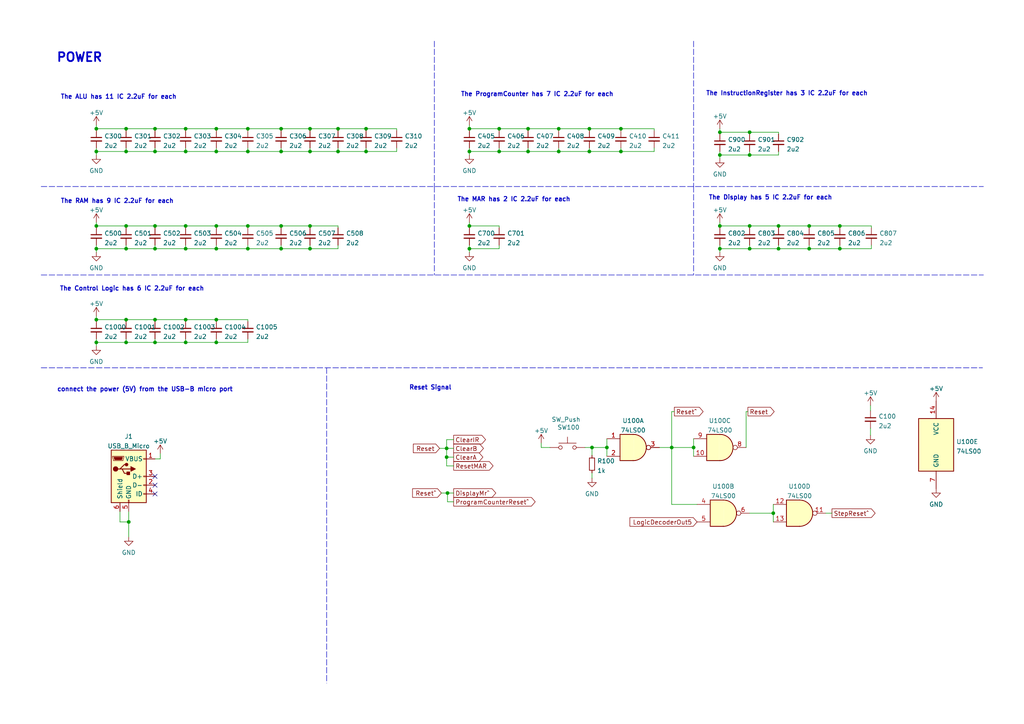
<source format=kicad_sch>
(kicad_sch (version 20211123) (generator eeschema)

  (uuid 84d801cf-c25f-4791-81e9-de8135a35f0b)

  (paper "A4")

  (title_block
    (title "Power")
    (date "2022-05-25")
    (rev "0.1v")
    (company "FLYX")
  )

  (lib_symbols
    (symbol "74xx:74LS00" (pin_names (offset 1.016)) (in_bom yes) (on_board yes)
      (property "Reference" "U" (id 0) (at 0 1.27 0)
        (effects (font (size 1.27 1.27)))
      )
      (property "Value" "74LS00" (id 1) (at 0 -1.27 0)
        (effects (font (size 1.27 1.27)))
      )
      (property "Footprint" "" (id 2) (at 0 0 0)
        (effects (font (size 1.27 1.27)) hide)
      )
      (property "Datasheet" "http://www.ti.com/lit/gpn/sn74ls00" (id 3) (at 0 0 0)
        (effects (font (size 1.27 1.27)) hide)
      )
      (property "ki_locked" "" (id 4) (at 0 0 0)
        (effects (font (size 1.27 1.27)))
      )
      (property "ki_keywords" "TTL nand 2-input" (id 5) (at 0 0 0)
        (effects (font (size 1.27 1.27)) hide)
      )
      (property "ki_description" "quad 2-input NAND gate" (id 6) (at 0 0 0)
        (effects (font (size 1.27 1.27)) hide)
      )
      (property "ki_fp_filters" "DIP*W7.62mm* SO14*" (id 7) (at 0 0 0)
        (effects (font (size 1.27 1.27)) hide)
      )
      (symbol "74LS00_1_1"
        (arc (start 0 -3.81) (mid 3.81 0) (end 0 3.81)
          (stroke (width 0.254) (type default) (color 0 0 0 0))
          (fill (type background))
        )
        (polyline
          (pts
            (xy 0 3.81)
            (xy -3.81 3.81)
            (xy -3.81 -3.81)
            (xy 0 -3.81)
          )
          (stroke (width 0.254) (type default) (color 0 0 0 0))
          (fill (type background))
        )
        (pin input line (at -7.62 2.54 0) (length 3.81)
          (name "~" (effects (font (size 1.27 1.27))))
          (number "1" (effects (font (size 1.27 1.27))))
        )
        (pin input line (at -7.62 -2.54 0) (length 3.81)
          (name "~" (effects (font (size 1.27 1.27))))
          (number "2" (effects (font (size 1.27 1.27))))
        )
        (pin output inverted (at 7.62 0 180) (length 3.81)
          (name "~" (effects (font (size 1.27 1.27))))
          (number "3" (effects (font (size 1.27 1.27))))
        )
      )
      (symbol "74LS00_1_2"
        (arc (start -3.81 -3.81) (mid -2.589 0) (end -3.81 3.81)
          (stroke (width 0.254) (type default) (color 0 0 0 0))
          (fill (type none))
        )
        (arc (start -0.6096 -3.81) (mid 2.1855 -2.584) (end 3.81 0)
          (stroke (width 0.254) (type default) (color 0 0 0 0))
          (fill (type background))
        )
        (polyline
          (pts
            (xy -3.81 -3.81)
            (xy -0.635 -3.81)
          )
          (stroke (width 0.254) (type default) (color 0 0 0 0))
          (fill (type background))
        )
        (polyline
          (pts
            (xy -3.81 3.81)
            (xy -0.635 3.81)
          )
          (stroke (width 0.254) (type default) (color 0 0 0 0))
          (fill (type background))
        )
        (polyline
          (pts
            (xy -0.635 3.81)
            (xy -3.81 3.81)
            (xy -3.81 3.81)
            (xy -3.556 3.4036)
            (xy -3.0226 2.2606)
            (xy -2.6924 1.0414)
            (xy -2.6162 -0.254)
            (xy -2.7686 -1.4986)
            (xy -3.175 -2.7178)
            (xy -3.81 -3.81)
            (xy -3.81 -3.81)
            (xy -0.635 -3.81)
          )
          (stroke (width -25.4) (type default) (color 0 0 0 0))
          (fill (type background))
        )
        (arc (start 3.81 0) (mid 2.1928 2.5925) (end -0.6096 3.81)
          (stroke (width 0.254) (type default) (color 0 0 0 0))
          (fill (type background))
        )
        (pin input inverted (at -7.62 2.54 0) (length 4.318)
          (name "~" (effects (font (size 1.27 1.27))))
          (number "1" (effects (font (size 1.27 1.27))))
        )
        (pin input inverted (at -7.62 -2.54 0) (length 4.318)
          (name "~" (effects (font (size 1.27 1.27))))
          (number "2" (effects (font (size 1.27 1.27))))
        )
        (pin output line (at 7.62 0 180) (length 3.81)
          (name "~" (effects (font (size 1.27 1.27))))
          (number "3" (effects (font (size 1.27 1.27))))
        )
      )
      (symbol "74LS00_2_1"
        (arc (start 0 -3.81) (mid 3.81 0) (end 0 3.81)
          (stroke (width 0.254) (type default) (color 0 0 0 0))
          (fill (type background))
        )
        (polyline
          (pts
            (xy 0 3.81)
            (xy -3.81 3.81)
            (xy -3.81 -3.81)
            (xy 0 -3.81)
          )
          (stroke (width 0.254) (type default) (color 0 0 0 0))
          (fill (type background))
        )
        (pin input line (at -7.62 2.54 0) (length 3.81)
          (name "~" (effects (font (size 1.27 1.27))))
          (number "4" (effects (font (size 1.27 1.27))))
        )
        (pin input line (at -7.62 -2.54 0) (length 3.81)
          (name "~" (effects (font (size 1.27 1.27))))
          (number "5" (effects (font (size 1.27 1.27))))
        )
        (pin output inverted (at 7.62 0 180) (length 3.81)
          (name "~" (effects (font (size 1.27 1.27))))
          (number "6" (effects (font (size 1.27 1.27))))
        )
      )
      (symbol "74LS00_2_2"
        (arc (start -3.81 -3.81) (mid -2.589 0) (end -3.81 3.81)
          (stroke (width 0.254) (type default) (color 0 0 0 0))
          (fill (type none))
        )
        (arc (start -0.6096 -3.81) (mid 2.1855 -2.584) (end 3.81 0)
          (stroke (width 0.254) (type default) (color 0 0 0 0))
          (fill (type background))
        )
        (polyline
          (pts
            (xy -3.81 -3.81)
            (xy -0.635 -3.81)
          )
          (stroke (width 0.254) (type default) (color 0 0 0 0))
          (fill (type background))
        )
        (polyline
          (pts
            (xy -3.81 3.81)
            (xy -0.635 3.81)
          )
          (stroke (width 0.254) (type default) (color 0 0 0 0))
          (fill (type background))
        )
        (polyline
          (pts
            (xy -0.635 3.81)
            (xy -3.81 3.81)
            (xy -3.81 3.81)
            (xy -3.556 3.4036)
            (xy -3.0226 2.2606)
            (xy -2.6924 1.0414)
            (xy -2.6162 -0.254)
            (xy -2.7686 -1.4986)
            (xy -3.175 -2.7178)
            (xy -3.81 -3.81)
            (xy -3.81 -3.81)
            (xy -0.635 -3.81)
          )
          (stroke (width -25.4) (type default) (color 0 0 0 0))
          (fill (type background))
        )
        (arc (start 3.81 0) (mid 2.1928 2.5925) (end -0.6096 3.81)
          (stroke (width 0.254) (type default) (color 0 0 0 0))
          (fill (type background))
        )
        (pin input inverted (at -7.62 2.54 0) (length 4.318)
          (name "~" (effects (font (size 1.27 1.27))))
          (number "4" (effects (font (size 1.27 1.27))))
        )
        (pin input inverted (at -7.62 -2.54 0) (length 4.318)
          (name "~" (effects (font (size 1.27 1.27))))
          (number "5" (effects (font (size 1.27 1.27))))
        )
        (pin output line (at 7.62 0 180) (length 3.81)
          (name "~" (effects (font (size 1.27 1.27))))
          (number "6" (effects (font (size 1.27 1.27))))
        )
      )
      (symbol "74LS00_3_1"
        (arc (start 0 -3.81) (mid 3.81 0) (end 0 3.81)
          (stroke (width 0.254) (type default) (color 0 0 0 0))
          (fill (type background))
        )
        (polyline
          (pts
            (xy 0 3.81)
            (xy -3.81 3.81)
            (xy -3.81 -3.81)
            (xy 0 -3.81)
          )
          (stroke (width 0.254) (type default) (color 0 0 0 0))
          (fill (type background))
        )
        (pin input line (at -7.62 -2.54 0) (length 3.81)
          (name "~" (effects (font (size 1.27 1.27))))
          (number "10" (effects (font (size 1.27 1.27))))
        )
        (pin output inverted (at 7.62 0 180) (length 3.81)
          (name "~" (effects (font (size 1.27 1.27))))
          (number "8" (effects (font (size 1.27 1.27))))
        )
        (pin input line (at -7.62 2.54 0) (length 3.81)
          (name "~" (effects (font (size 1.27 1.27))))
          (number "9" (effects (font (size 1.27 1.27))))
        )
      )
      (symbol "74LS00_3_2"
        (arc (start -3.81 -3.81) (mid -2.589 0) (end -3.81 3.81)
          (stroke (width 0.254) (type default) (color 0 0 0 0))
          (fill (type none))
        )
        (arc (start -0.6096 -3.81) (mid 2.1855 -2.584) (end 3.81 0)
          (stroke (width 0.254) (type default) (color 0 0 0 0))
          (fill (type background))
        )
        (polyline
          (pts
            (xy -3.81 -3.81)
            (xy -0.635 -3.81)
          )
          (stroke (width 0.254) (type default) (color 0 0 0 0))
          (fill (type background))
        )
        (polyline
          (pts
            (xy -3.81 3.81)
            (xy -0.635 3.81)
          )
          (stroke (width 0.254) (type default) (color 0 0 0 0))
          (fill (type background))
        )
        (polyline
          (pts
            (xy -0.635 3.81)
            (xy -3.81 3.81)
            (xy -3.81 3.81)
            (xy -3.556 3.4036)
            (xy -3.0226 2.2606)
            (xy -2.6924 1.0414)
            (xy -2.6162 -0.254)
            (xy -2.7686 -1.4986)
            (xy -3.175 -2.7178)
            (xy -3.81 -3.81)
            (xy -3.81 -3.81)
            (xy -0.635 -3.81)
          )
          (stroke (width -25.4) (type default) (color 0 0 0 0))
          (fill (type background))
        )
        (arc (start 3.81 0) (mid 2.1928 2.5925) (end -0.6096 3.81)
          (stroke (width 0.254) (type default) (color 0 0 0 0))
          (fill (type background))
        )
        (pin input inverted (at -7.62 -2.54 0) (length 4.318)
          (name "~" (effects (font (size 1.27 1.27))))
          (number "10" (effects (font (size 1.27 1.27))))
        )
        (pin output line (at 7.62 0 180) (length 3.81)
          (name "~" (effects (font (size 1.27 1.27))))
          (number "8" (effects (font (size 1.27 1.27))))
        )
        (pin input inverted (at -7.62 2.54 0) (length 4.318)
          (name "~" (effects (font (size 1.27 1.27))))
          (number "9" (effects (font (size 1.27 1.27))))
        )
      )
      (symbol "74LS00_4_1"
        (arc (start 0 -3.81) (mid 3.81 0) (end 0 3.81)
          (stroke (width 0.254) (type default) (color 0 0 0 0))
          (fill (type background))
        )
        (polyline
          (pts
            (xy 0 3.81)
            (xy -3.81 3.81)
            (xy -3.81 -3.81)
            (xy 0 -3.81)
          )
          (stroke (width 0.254) (type default) (color 0 0 0 0))
          (fill (type background))
        )
        (pin output inverted (at 7.62 0 180) (length 3.81)
          (name "~" (effects (font (size 1.27 1.27))))
          (number "11" (effects (font (size 1.27 1.27))))
        )
        (pin input line (at -7.62 2.54 0) (length 3.81)
          (name "~" (effects (font (size 1.27 1.27))))
          (number "12" (effects (font (size 1.27 1.27))))
        )
        (pin input line (at -7.62 -2.54 0) (length 3.81)
          (name "~" (effects (font (size 1.27 1.27))))
          (number "13" (effects (font (size 1.27 1.27))))
        )
      )
      (symbol "74LS00_4_2"
        (arc (start -3.81 -3.81) (mid -2.589 0) (end -3.81 3.81)
          (stroke (width 0.254) (type default) (color 0 0 0 0))
          (fill (type none))
        )
        (arc (start -0.6096 -3.81) (mid 2.1855 -2.584) (end 3.81 0)
          (stroke (width 0.254) (type default) (color 0 0 0 0))
          (fill (type background))
        )
        (polyline
          (pts
            (xy -3.81 -3.81)
            (xy -0.635 -3.81)
          )
          (stroke (width 0.254) (type default) (color 0 0 0 0))
          (fill (type background))
        )
        (polyline
          (pts
            (xy -3.81 3.81)
            (xy -0.635 3.81)
          )
          (stroke (width 0.254) (type default) (color 0 0 0 0))
          (fill (type background))
        )
        (polyline
          (pts
            (xy -0.635 3.81)
            (xy -3.81 3.81)
            (xy -3.81 3.81)
            (xy -3.556 3.4036)
            (xy -3.0226 2.2606)
            (xy -2.6924 1.0414)
            (xy -2.6162 -0.254)
            (xy -2.7686 -1.4986)
            (xy -3.175 -2.7178)
            (xy -3.81 -3.81)
            (xy -3.81 -3.81)
            (xy -0.635 -3.81)
          )
          (stroke (width -25.4) (type default) (color 0 0 0 0))
          (fill (type background))
        )
        (arc (start 3.81 0) (mid 2.1928 2.5925) (end -0.6096 3.81)
          (stroke (width 0.254) (type default) (color 0 0 0 0))
          (fill (type background))
        )
        (pin output line (at 7.62 0 180) (length 3.81)
          (name "~" (effects (font (size 1.27 1.27))))
          (number "11" (effects (font (size 1.27 1.27))))
        )
        (pin input inverted (at -7.62 2.54 0) (length 4.318)
          (name "~" (effects (font (size 1.27 1.27))))
          (number "12" (effects (font (size 1.27 1.27))))
        )
        (pin input inverted (at -7.62 -2.54 0) (length 4.318)
          (name "~" (effects (font (size 1.27 1.27))))
          (number "13" (effects (font (size 1.27 1.27))))
        )
      )
      (symbol "74LS00_5_0"
        (pin power_in line (at 0 12.7 270) (length 5.08)
          (name "VCC" (effects (font (size 1.27 1.27))))
          (number "14" (effects (font (size 1.27 1.27))))
        )
        (pin power_in line (at 0 -12.7 90) (length 5.08)
          (name "GND" (effects (font (size 1.27 1.27))))
          (number "7" (effects (font (size 1.27 1.27))))
        )
      )
      (symbol "74LS00_5_1"
        (rectangle (start -5.08 7.62) (end 5.08 -7.62)
          (stroke (width 0.254) (type default) (color 0 0 0 0))
          (fill (type background))
        )
      )
    )
    (symbol "Connector:USB_B_Micro" (pin_names (offset 1.016)) (in_bom yes) (on_board yes)
      (property "Reference" "J1" (id 0) (at 0 11.5865 0)
        (effects (font (size 1.27 1.27)))
      )
      (property "Value" "USB_B_Micro" (id 1) (at 0 8.8114 0)
        (effects (font (size 1.27 1.27)))
      )
      (property "Footprint" "Connector_USB:USB_Micro-B_Molex_47346-0001" (id 2) (at 3.81 -1.27 0)
        (effects (font (size 1.27 1.27)) hide)
      )
      (property "Datasheet" "~" (id 3) (at 3.81 -1.27 0)
        (effects (font (size 1.27 1.27)) hide)
      )
      (property "LCSC Part #" "C393940" (id 4) (at 0 0 0)
        (effects (font (size 1.27 1.27)) hide)
      )
      (property "ki_keywords" "connector USB micro" (id 5) (at 0 0 0)
        (effects (font (size 1.27 1.27)) hide)
      )
      (property "ki_description" "USB Micro Type B connector" (id 6) (at 0 0 0)
        (effects (font (size 1.27 1.27)) hide)
      )
      (property "ki_fp_filters" "USB*" (id 7) (at 0 0 0)
        (effects (font (size 1.27 1.27)) hide)
      )
      (symbol "USB_B_Micro_0_1"
        (rectangle (start -5.08 -7.62) (end 5.08 7.62)
          (stroke (width 0.254) (type default) (color 0 0 0 0))
          (fill (type background))
        )
        (circle (center -3.81 2.159) (radius 0.635)
          (stroke (width 0.254) (type default) (color 0 0 0 0))
          (fill (type outline))
        )
        (circle (center -0.635 3.429) (radius 0.381)
          (stroke (width 0.254) (type default) (color 0 0 0 0))
          (fill (type outline))
        )
        (rectangle (start -0.127 -7.62) (end 0.127 -6.858)
          (stroke (width 0) (type default) (color 0 0 0 0))
          (fill (type none))
        )
        (polyline
          (pts
            (xy -1.905 2.159)
            (xy 0.635 2.159)
          )
          (stroke (width 0.254) (type default) (color 0 0 0 0))
          (fill (type none))
        )
        (polyline
          (pts
            (xy -3.175 2.159)
            (xy -2.54 2.159)
            (xy -1.27 3.429)
            (xy -0.635 3.429)
          )
          (stroke (width 0.254) (type default) (color 0 0 0 0))
          (fill (type none))
        )
        (polyline
          (pts
            (xy -2.54 2.159)
            (xy -1.905 2.159)
            (xy -1.27 0.889)
            (xy 0 0.889)
          )
          (stroke (width 0.254) (type default) (color 0 0 0 0))
          (fill (type none))
        )
        (polyline
          (pts
            (xy 0.635 2.794)
            (xy 0.635 1.524)
            (xy 1.905 2.159)
            (xy 0.635 2.794)
          )
          (stroke (width 0.254) (type default) (color 0 0 0 0))
          (fill (type outline))
        )
        (polyline
          (pts
            (xy -4.318 5.588)
            (xy -1.778 5.588)
            (xy -2.032 4.826)
            (xy -4.064 4.826)
            (xy -4.318 5.588)
          )
          (stroke (width 0) (type default) (color 0 0 0 0))
          (fill (type outline))
        )
        (polyline
          (pts
            (xy -4.699 5.842)
            (xy -4.699 5.588)
            (xy -4.445 4.826)
            (xy -4.445 4.572)
            (xy -1.651 4.572)
            (xy -1.651 4.826)
            (xy -1.397 5.588)
            (xy -1.397 5.842)
            (xy -4.699 5.842)
          )
          (stroke (width 0) (type default) (color 0 0 0 0))
          (fill (type none))
        )
        (rectangle (start 0.254 1.27) (end -0.508 0.508)
          (stroke (width 0.254) (type default) (color 0 0 0 0))
          (fill (type outline))
        )
        (rectangle (start 5.08 -5.207) (end 4.318 -4.953)
          (stroke (width 0) (type default) (color 0 0 0 0))
          (fill (type none))
        )
        (rectangle (start 5.08 -2.667) (end 4.318 -2.413)
          (stroke (width 0) (type default) (color 0 0 0 0))
          (fill (type none))
        )
        (rectangle (start 5.08 -0.127) (end 4.318 0.127)
          (stroke (width 0) (type default) (color 0 0 0 0))
          (fill (type none))
        )
        (rectangle (start 5.08 4.953) (end 4.318 5.207)
          (stroke (width 0) (type default) (color 0 0 0 0))
          (fill (type none))
        )
      )
      (symbol "USB_B_Micro_1_1"
        (pin power_out line (at 7.62 5.08 180) (length 2.54)
          (name "VBUS" (effects (font (size 1.27 1.27))))
          (number "1" (effects (font (size 1.27 1.27))))
        )
        (pin bidirectional line (at 7.62 -2.54 180) (length 2.54)
          (name "D-" (effects (font (size 1.27 1.27))))
          (number "2" (effects (font (size 1.27 1.27))))
        )
        (pin bidirectional line (at 7.62 0 180) (length 2.54)
          (name "D+" (effects (font (size 1.27 1.27))))
          (number "3" (effects (font (size 1.27 1.27))))
        )
        (pin passive line (at 7.62 -5.08 180) (length 2.54)
          (name "ID" (effects (font (size 1.27 1.27))))
          (number "4" (effects (font (size 1.27 1.27))))
        )
        (pin power_out line (at 0 -10.16 90) (length 2.54)
          (name "GND" (effects (font (size 1.27 1.27))))
          (number "5" (effects (font (size 1.27 1.27))))
        )
        (pin passive line (at -2.54 -10.16 90) (length 2.54)
          (name "Shield" (effects (font (size 1.27 1.27))))
          (number "6" (effects (font (size 1.27 1.27))))
        )
      )
    )
    (symbol "Device:C_Small" (pin_numbers hide) (pin_names (offset 0.254) hide) (in_bom yes) (on_board yes)
      (property "Reference" "C" (id 0) (at 0.254 1.778 0)
        (effects (font (size 1.27 1.27)) (justify left))
      )
      (property "Value" "C_Small" (id 1) (at 0.254 -2.032 0)
        (effects (font (size 1.27 1.27)) (justify left))
      )
      (property "Footprint" "" (id 2) (at 0 0 0)
        (effects (font (size 1.27 1.27)) hide)
      )
      (property "Datasheet" "~" (id 3) (at 0 0 0)
        (effects (font (size 1.27 1.27)) hide)
      )
      (property "ki_keywords" "capacitor cap" (id 4) (at 0 0 0)
        (effects (font (size 1.27 1.27)) hide)
      )
      (property "ki_description" "Unpolarized capacitor, small symbol" (id 5) (at 0 0 0)
        (effects (font (size 1.27 1.27)) hide)
      )
      (property "ki_fp_filters" "C_*" (id 6) (at 0 0 0)
        (effects (font (size 1.27 1.27)) hide)
      )
      (symbol "C_Small_0_1"
        (polyline
          (pts
            (xy -1.524 -0.508)
            (xy 1.524 -0.508)
          )
          (stroke (width 0.3302) (type default) (color 0 0 0 0))
          (fill (type none))
        )
        (polyline
          (pts
            (xy -1.524 0.508)
            (xy 1.524 0.508)
          )
          (stroke (width 0.3048) (type default) (color 0 0 0 0))
          (fill (type none))
        )
      )
      (symbol "C_Small_1_1"
        (pin passive line (at 0 2.54 270) (length 2.032)
          (name "~" (effects (font (size 1.27 1.27))))
          (number "1" (effects (font (size 1.27 1.27))))
        )
        (pin passive line (at 0 -2.54 90) (length 2.032)
          (name "~" (effects (font (size 1.27 1.27))))
          (number "2" (effects (font (size 1.27 1.27))))
        )
      )
    )
    (symbol "Device:R_Small" (pin_numbers hide) (pin_names (offset 0.254) hide) (in_bom yes) (on_board yes)
      (property "Reference" "R" (id 0) (at 0.762 0.508 0)
        (effects (font (size 1.27 1.27)) (justify left))
      )
      (property "Value" "R_Small" (id 1) (at 0.762 -1.016 0)
        (effects (font (size 1.27 1.27)) (justify left))
      )
      (property "Footprint" "" (id 2) (at 0 0 0)
        (effects (font (size 1.27 1.27)) hide)
      )
      (property "Datasheet" "~" (id 3) (at 0 0 0)
        (effects (font (size 1.27 1.27)) hide)
      )
      (property "ki_keywords" "R resistor" (id 4) (at 0 0 0)
        (effects (font (size 1.27 1.27)) hide)
      )
      (property "ki_description" "Resistor, small symbol" (id 5) (at 0 0 0)
        (effects (font (size 1.27 1.27)) hide)
      )
      (property "ki_fp_filters" "R_*" (id 6) (at 0 0 0)
        (effects (font (size 1.27 1.27)) hide)
      )
      (symbol "R_Small_0_1"
        (rectangle (start -0.762 1.778) (end 0.762 -1.778)
          (stroke (width 0.2032) (type default) (color 0 0 0 0))
          (fill (type none))
        )
      )
      (symbol "R_Small_1_1"
        (pin passive line (at 0 2.54 270) (length 0.762)
          (name "~" (effects (font (size 1.27 1.27))))
          (number "1" (effects (font (size 1.27 1.27))))
        )
        (pin passive line (at 0 -2.54 90) (length 0.762)
          (name "~" (effects (font (size 1.27 1.27))))
          (number "2" (effects (font (size 1.27 1.27))))
        )
      )
    )
    (symbol "Switch:SW_Push" (pin_numbers hide) (pin_names (offset 1.016) hide) (in_bom yes) (on_board yes)
      (property "Reference" "SW" (id 0) (at 1.27 2.54 0)
        (effects (font (size 1.27 1.27)) (justify left))
      )
      (property "Value" "SW_Push" (id 1) (at 0 -1.524 0)
        (effects (font (size 1.27 1.27)))
      )
      (property "Footprint" "" (id 2) (at 0 5.08 0)
        (effects (font (size 1.27 1.27)) hide)
      )
      (property "Datasheet" "~" (id 3) (at 0 5.08 0)
        (effects (font (size 1.27 1.27)) hide)
      )
      (property "ki_keywords" "switch normally-open pushbutton push-button" (id 4) (at 0 0 0)
        (effects (font (size 1.27 1.27)) hide)
      )
      (property "ki_description" "Push button switch, generic, two pins" (id 5) (at 0 0 0)
        (effects (font (size 1.27 1.27)) hide)
      )
      (symbol "SW_Push_0_1"
        (circle (center -2.032 0) (radius 0.508)
          (stroke (width 0) (type default) (color 0 0 0 0))
          (fill (type none))
        )
        (polyline
          (pts
            (xy 0 1.27)
            (xy 0 3.048)
          )
          (stroke (width 0) (type default) (color 0 0 0 0))
          (fill (type none))
        )
        (polyline
          (pts
            (xy 2.54 1.27)
            (xy -2.54 1.27)
          )
          (stroke (width 0) (type default) (color 0 0 0 0))
          (fill (type none))
        )
        (circle (center 2.032 0) (radius 0.508)
          (stroke (width 0) (type default) (color 0 0 0 0))
          (fill (type none))
        )
        (pin passive line (at -5.08 0 0) (length 2.54)
          (name "1" (effects (font (size 1.27 1.27))))
          (number "1" (effects (font (size 1.27 1.27))))
        )
        (pin passive line (at 5.08 0 180) (length 2.54)
          (name "2" (effects (font (size 1.27 1.27))))
          (number "2" (effects (font (size 1.27 1.27))))
        )
      )
    )
    (symbol "power:+5V" (power) (pin_names (offset 0)) (in_bom yes) (on_board yes)
      (property "Reference" "#PWR" (id 0) (at 0 -3.81 0)
        (effects (font (size 1.27 1.27)) hide)
      )
      (property "Value" "+5V" (id 1) (at 0 3.556 0)
        (effects (font (size 1.27 1.27)))
      )
      (property "Footprint" "" (id 2) (at 0 0 0)
        (effects (font (size 1.27 1.27)) hide)
      )
      (property "Datasheet" "" (id 3) (at 0 0 0)
        (effects (font (size 1.27 1.27)) hide)
      )
      (property "ki_keywords" "power-flag" (id 4) (at 0 0 0)
        (effects (font (size 1.27 1.27)) hide)
      )
      (property "ki_description" "Power symbol creates a global label with name \"+5V\"" (id 5) (at 0 0 0)
        (effects (font (size 1.27 1.27)) hide)
      )
      (symbol "+5V_0_1"
        (polyline
          (pts
            (xy -0.762 1.27)
            (xy 0 2.54)
          )
          (stroke (width 0) (type default) (color 0 0 0 0))
          (fill (type none))
        )
        (polyline
          (pts
            (xy 0 0)
            (xy 0 2.54)
          )
          (stroke (width 0) (type default) (color 0 0 0 0))
          (fill (type none))
        )
        (polyline
          (pts
            (xy 0 2.54)
            (xy 0.762 1.27)
          )
          (stroke (width 0) (type default) (color 0 0 0 0))
          (fill (type none))
        )
      )
      (symbol "+5V_1_1"
        (pin power_in line (at 0 0 90) (length 0) hide
          (name "+5V" (effects (font (size 1.27 1.27))))
          (number "1" (effects (font (size 1.27 1.27))))
        )
      )
    )
    (symbol "power:GND" (power) (pin_names (offset 0)) (in_bom yes) (on_board yes)
      (property "Reference" "#PWR" (id 0) (at 0 -6.35 0)
        (effects (font (size 1.27 1.27)) hide)
      )
      (property "Value" "GND" (id 1) (at 0 -3.81 0)
        (effects (font (size 1.27 1.27)))
      )
      (property "Footprint" "" (id 2) (at 0 0 0)
        (effects (font (size 1.27 1.27)) hide)
      )
      (property "Datasheet" "" (id 3) (at 0 0 0)
        (effects (font (size 1.27 1.27)) hide)
      )
      (property "ki_keywords" "power-flag" (id 4) (at 0 0 0)
        (effects (font (size 1.27 1.27)) hide)
      )
      (property "ki_description" "Power symbol creates a global label with name \"GND\" , ground" (id 5) (at 0 0 0)
        (effects (font (size 1.27 1.27)) hide)
      )
      (symbol "GND_0_1"
        (polyline
          (pts
            (xy 0 0)
            (xy 0 -1.27)
            (xy 1.27 -1.27)
            (xy 0 -2.54)
            (xy -1.27 -1.27)
            (xy 0 -1.27)
          )
          (stroke (width 0) (type default) (color 0 0 0 0))
          (fill (type none))
        )
      )
      (symbol "GND_1_1"
        (pin power_in line (at 0 0 270) (length 0) hide
          (name "GND" (effects (font (size 1.27 1.27))))
          (number "1" (effects (font (size 1.27 1.27))))
        )
      )
    )
  )

  (junction (at 27.94 99.314) (diameter 0) (color 0 0 0 0)
    (uuid 051af8d1-eca7-4af8-b349-899a49f12e69)
  )
  (junction (at 180.086 43.942) (diameter 0) (color 0 0 0 0)
    (uuid 12b3b557-1317-4d7e-a3b4-c224745ec29f)
  )
  (junction (at 81.534 65.532) (diameter 0) (color 0 0 0 0)
    (uuid 166fc8f8-d5ab-49b7-9f23-4a4a28044262)
  )
  (junction (at 53.848 72.136) (diameter 0) (color 0 0 0 0)
    (uuid 19dc0f6d-d9a5-409d-a9b3-a8e501ab1d20)
  )
  (junction (at 234.696 72.136) (diameter 0) (color 0 0 0 0)
    (uuid 1aa27a2f-e9e1-4c5a-bbf8-776c08656fe1)
  )
  (junction (at 208.788 38.354) (diameter 0) (color 0 0 0 0)
    (uuid 1bb9bb0b-d61f-4f7e-a127-690ce2519f71)
  )
  (junction (at 53.848 37.338) (diameter 0) (color 0 0 0 0)
    (uuid 1e9044c0-446d-4daf-96f8-d106e2441d3c)
  )
  (junction (at 44.958 37.338) (diameter 0) (color 0 0 0 0)
    (uuid 1f74d5a2-0748-4c65-9121-b606ab55741e)
  )
  (junction (at 144.78 43.942) (diameter 0) (color 0 0 0 0)
    (uuid 2700636e-2665-4df1-8e24-a0ee03299327)
  )
  (junction (at 98.044 43.942) (diameter 0) (color 0 0 0 0)
    (uuid 2ac8275f-c345-45f4-b3f5-970aea69fabf)
  )
  (junction (at 208.788 65.532) (diameter 0) (color 0 0 0 0)
    (uuid 31da5d62-f6d3-44ae-a9f3-2d4042ecd986)
  )
  (junction (at 27.94 72.136) (diameter 0) (color 0 0 0 0)
    (uuid 31e412d4-b5f7-41a4-9061-1c81e55575c0)
  )
  (junction (at 194.818 129.794) (diameter 0) (color 0 0 0 0)
    (uuid 3558183f-c3a6-4c91-a210-ffd1f24e87a2)
  )
  (junction (at 225.806 72.136) (diameter 0) (color 0 0 0 0)
    (uuid 36f7bdcc-0075-4c95-aad5-19c0c5e1a25a)
  )
  (junction (at 225.806 65.532) (diameter 0) (color 0 0 0 0)
    (uuid 39880ee1-e3fd-42a6-97fa-f758b5c33b3d)
  )
  (junction (at 176.022 129.794) (diameter 0) (color 0 0 0 0)
    (uuid 3bfefec9-a030-4e9a-80fa-0726f0a8ae26)
  )
  (junction (at 36.576 37.338) (diameter 0) (color 0 0 0 0)
    (uuid 415d21f6-7506-40e0-87fd-e2a78eb7b676)
  )
  (junction (at 27.94 43.942) (diameter 0) (color 0 0 0 0)
    (uuid 4611d015-c989-4fab-aa53-c7c5b65433f6)
  )
  (junction (at 44.958 65.532) (diameter 0) (color 0 0 0 0)
    (uuid 4b3f883f-d80b-4406-8360-870a1db030ea)
  )
  (junction (at 208.788 44.958) (diameter 0) (color 0 0 0 0)
    (uuid 4b4aa270-c1e7-4ada-b8dc-792b1a8877d5)
  )
  (junction (at 27.94 65.532) (diameter 0) (color 0 0 0 0)
    (uuid 4ceae444-ce5f-4f03-8f5a-78389b1681e8)
  )
  (junction (at 62.738 37.338) (diameter 0) (color 0 0 0 0)
    (uuid 4f7d4bc0-b946-474f-84a6-8f6b3bd8fc22)
  )
  (junction (at 27.94 92.71) (diameter 0) (color 0 0 0 0)
    (uuid 4fa38eca-c8ce-4c45-9c8c-995a13ae2ca0)
  )
  (junction (at 89.916 43.942) (diameter 0) (color 0 0 0 0)
    (uuid 5021e951-db9e-4c81-9dd8-7eff865b4f00)
  )
  (junction (at 89.916 37.338) (diameter 0) (color 0 0 0 0)
    (uuid 51191c30-5e57-4412-a8dd-fb5a172d5dd1)
  )
  (junction (at 243.586 65.532) (diameter 0) (color 0 0 0 0)
    (uuid 51197735-1ea2-459d-8e3d-5d90f4da4dc6)
  )
  (junction (at 44.958 72.136) (diameter 0) (color 0 0 0 0)
    (uuid 56224df2-77dd-488b-b393-4b4506d35aef)
  )
  (junction (at 243.586 72.136) (diameter 0) (color 0 0 0 0)
    (uuid 5c577d21-b990-418e-ac21-8035a7d19f54)
  )
  (junction (at 71.882 43.942) (diameter 0) (color 0 0 0 0)
    (uuid 5d00bf88-6a42-4aac-8de7-664d1dd07c65)
  )
  (junction (at 37.338 151.384) (diameter 0) (color 0 0 0 0)
    (uuid 62c5e201-4478-4576-9537-bbc3ca15291c)
  )
  (junction (at 71.882 65.532) (diameter 0) (color 0 0 0 0)
    (uuid 62fa8e85-1efb-4bbe-8628-6b12aab47a3d)
  )
  (junction (at 129.54 130.048) (diameter 0) (color 0 0 0 0)
    (uuid 64118d19-91d3-46b0-b387-a7ccca12da87)
  )
  (junction (at 81.534 37.338) (diameter 0) (color 0 0 0 0)
    (uuid 696018a9-145b-42e9-8894-b9a2d97ae888)
  )
  (junction (at 71.882 72.136) (diameter 0) (color 0 0 0 0)
    (uuid 6da865c5-50d2-43fe-a7e8-a53f6aa1f8d9)
  )
  (junction (at 62.738 43.942) (diameter 0) (color 0 0 0 0)
    (uuid 70e82029-3e95-4316-a117-91e72153f3b6)
  )
  (junction (at 36.576 72.136) (diameter 0) (color 0 0 0 0)
    (uuid 72559d94-5611-4ad8-bb43-b1206d6835d0)
  )
  (junction (at 180.086 37.338) (diameter 0) (color 0 0 0 0)
    (uuid 74296e98-6ebc-4771-8c55-38d056789c7d)
  )
  (junction (at 44.958 99.314) (diameter 0) (color 0 0 0 0)
    (uuid 76a3e596-e4cf-4b91-b058-8f25b143b36e)
  )
  (junction (at 71.882 37.338) (diameter 0) (color 0 0 0 0)
    (uuid 7a8e3d54-6c31-4917-8b0c-728644517ad4)
  )
  (junction (at 62.738 92.71) (diameter 0) (color 0 0 0 0)
    (uuid 7b20b981-5e59-4312-9bc5-543b1a550da7)
  )
  (junction (at 62.738 99.314) (diameter 0) (color 0 0 0 0)
    (uuid 7e05ffc3-68c1-4e13-b232-2add05f63cbc)
  )
  (junction (at 81.534 72.136) (diameter 0) (color 0 0 0 0)
    (uuid 825be8f5-f7a8-4eb5-b5f8-c3ce19abe1f7)
  )
  (junction (at 36.576 43.942) (diameter 0) (color 0 0 0 0)
    (uuid 8539bf71-47a5-48ee-9c7c-9b81837d61f5)
  )
  (junction (at 217.424 72.136) (diameter 0) (color 0 0 0 0)
    (uuid 87c1bf6a-0f33-4b92-8ddb-1254e59e950a)
  )
  (junction (at 144.78 37.338) (diameter 0) (color 0 0 0 0)
    (uuid 8952ed00-2ac4-4bfd-a3d1-4099a86b6208)
  )
  (junction (at 171.704 129.794) (diameter 0) (color 0 0 0 0)
    (uuid 89b1672c-f5c6-4e05-b8a7-883aabaeb2a4)
  )
  (junction (at 53.848 43.942) (diameter 0) (color 0 0 0 0)
    (uuid 8b0d8d44-7d54-4bf5-b957-908afc1e3472)
  )
  (junction (at 44.958 92.71) (diameter 0) (color 0 0 0 0)
    (uuid 8b9f5ec0-df01-4299-8299-e58a0187533d)
  )
  (junction (at 153.162 43.942) (diameter 0) (color 0 0 0 0)
    (uuid 90b4b498-5843-4a83-9a20-a1b6b9a5cb3c)
  )
  (junction (at 201.168 129.794) (diameter 0) (color 0 0 0 0)
    (uuid 92341ba3-9404-48d5-867b-7e98fc5b61c5)
  )
  (junction (at 53.848 99.314) (diameter 0) (color 0 0 0 0)
    (uuid 9236574f-f669-4878-889b-9bce1b274e96)
  )
  (junction (at 89.916 72.136) (diameter 0) (color 0 0 0 0)
    (uuid 92a33816-34b5-4c2d-b66f-11074830f28c)
  )
  (junction (at 129.54 132.588) (diameter 0) (color 0 0 0 0)
    (uuid 963e13ab-e9c4-4ed2-a76b-0fdd3f2eae33)
  )
  (junction (at 217.424 38.354) (diameter 0) (color 0 0 0 0)
    (uuid 9785eb1a-0677-461c-a465-ea2c337d3a03)
  )
  (junction (at 136.144 43.942) (diameter 0) (color 0 0 0 0)
    (uuid 9965ca81-99a2-49a0-b50e-3f61ba710171)
  )
  (junction (at 44.958 43.942) (diameter 0) (color 0 0 0 0)
    (uuid 9a288d65-1a37-4f5e-915d-cf213fd1b029)
  )
  (junction (at 98.044 37.338) (diameter 0) (color 0 0 0 0)
    (uuid 9abf9322-3607-4937-820e-d95acb318ec8)
  )
  (junction (at 217.424 65.532) (diameter 0) (color 0 0 0 0)
    (uuid 9f42276b-eaf1-422c-b4a0-5599925fcf5b)
  )
  (junction (at 170.942 37.338) (diameter 0) (color 0 0 0 0)
    (uuid a1c8fc24-7e90-47a1-88f5-38a1e34454a0)
  )
  (junction (at 153.162 37.338) (diameter 0) (color 0 0 0 0)
    (uuid a303a46b-1264-4b37-a23c-bae53c0e8d67)
  )
  (junction (at 27.94 37.338) (diameter 0) (color 0 0 0 0)
    (uuid a7d46947-f658-4bcf-bd8b-d1a3f6345ab9)
  )
  (junction (at 62.738 72.136) (diameter 0) (color 0 0 0 0)
    (uuid a8ae40ba-42ce-421f-a431-70d31979b3df)
  )
  (junction (at 162.052 37.338) (diameter 0) (color 0 0 0 0)
    (uuid ac72ae76-dd7c-49db-ab40-b2a5c777de19)
  )
  (junction (at 136.144 72.136) (diameter 0) (color 0 0 0 0)
    (uuid af1383aa-7cbb-491e-aab2-49a6e3841dd4)
  )
  (junction (at 36.576 92.71) (diameter 0) (color 0 0 0 0)
    (uuid b0afb915-79ee-4975-a375-ebad2aec654b)
  )
  (junction (at 53.848 92.71) (diameter 0) (color 0 0 0 0)
    (uuid b20914d1-0cd5-41e9-b89c-4c7e133fff87)
  )
  (junction (at 89.916 65.532) (diameter 0) (color 0 0 0 0)
    (uuid b6faa87d-08c0-480e-ac79-324ee36ff71d)
  )
  (junction (at 106.172 37.338) (diameter 0) (color 0 0 0 0)
    (uuid ce8aa31d-4b1a-4e80-83cc-dd6ed2b38605)
  )
  (junction (at 129.794 143.002) (diameter 0) (color 0 0 0 0)
    (uuid cee909a9-0221-48d7-bd2f-b4eca59dffd3)
  )
  (junction (at 224.282 148.844) (diameter 0) (color 0 0 0 0)
    (uuid d67ded98-1338-44ca-95bd-0540821bf0e5)
  )
  (junction (at 208.788 72.136) (diameter 0) (color 0 0 0 0)
    (uuid d6dc88a6-c289-4879-a8d5-f7f87bbdb45a)
  )
  (junction (at 234.696 65.532) (diameter 0) (color 0 0 0 0)
    (uuid dc50132d-f5ea-465a-9644-ece97f668520)
  )
  (junction (at 106.172 43.942) (diameter 0) (color 0 0 0 0)
    (uuid dceeb258-6325-46a2-b973-79e5ab5dd749)
  )
  (junction (at 36.576 65.532) (diameter 0) (color 0 0 0 0)
    (uuid de18c23c-077f-479a-8c9a-9943dbc7ae40)
  )
  (junction (at 170.942 43.942) (diameter 0) (color 0 0 0 0)
    (uuid e486a2c2-c926-4c0e-8d17-904bcc5d421f)
  )
  (junction (at 136.144 65.532) (diameter 0) (color 0 0 0 0)
    (uuid eb79fd60-8833-44b9-8c96-6956ed5e5d74)
  )
  (junction (at 81.534 43.942) (diameter 0) (color 0 0 0 0)
    (uuid ed01da2f-4b6a-4a48-bd72-c3723d80070a)
  )
  (junction (at 36.576 99.314) (diameter 0) (color 0 0 0 0)
    (uuid ef545688-5ed0-4324-adc0-a649bf74f14f)
  )
  (junction (at 62.738 65.532) (diameter 0) (color 0 0 0 0)
    (uuid f15b9151-4f2d-4b49-b8ae-628154f1c2c9)
  )
  (junction (at 136.144 37.338) (diameter 0) (color 0 0 0 0)
    (uuid f4e25bfb-1fd2-43f5-995f-441841ffcf81)
  )
  (junction (at 162.052 43.942) (diameter 0) (color 0 0 0 0)
    (uuid f9f636ac-8f9f-4cfb-b560-33a24af584ac)
  )
  (junction (at 217.424 44.958) (diameter 0) (color 0 0 0 0)
    (uuid fba52901-07c2-41f2-9c39-9f30fa4c859f)
  )
  (junction (at 53.848 65.532) (diameter 0) (color 0 0 0 0)
    (uuid ff1bda3d-889c-47a1-a91f-5421f1835db3)
  )

  (no_connect (at 44.958 138.176) (uuid 236be6d0-cc7d-4d87-bebc-501a75988738))
  (no_connect (at 44.958 143.256) (uuid 4ae5f684-2eb8-4de2-a41e-0bcdb54296df))
  (no_connect (at 44.958 140.716) (uuid 896f8adc-b278-4421-b5a7-ad143b9f471c))

  (wire (pts (xy 27.94 92.71) (xy 27.94 93.218))
    (stroke (width 0) (type default) (color 0 0 0 0))
    (uuid 00e1bd65-9f7c-4027-9f42-1a167d70a159)
  )
  (wire (pts (xy 252.476 117.602) (xy 252.476 119.126))
    (stroke (width 0) (type default) (color 0 0 0 0))
    (uuid 07bac0a4-b52f-47e6-9014-ed23df966147)
  )
  (wire (pts (xy 194.818 129.794) (xy 194.818 146.304))
    (stroke (width 0) (type default) (color 0 0 0 0))
    (uuid 0845a8a8-7455-4fff-be54-6b041773625d)
  )
  (wire (pts (xy 243.586 72.136) (xy 243.586 71.12))
    (stroke (width 0) (type default) (color 0 0 0 0))
    (uuid 0892888c-d610-464c-84cc-4f1bfdfb2780)
  )
  (wire (pts (xy 136.144 65.532) (xy 136.144 66.04))
    (stroke (width 0) (type default) (color 0 0 0 0))
    (uuid 090199e1-c8c8-4bd8-8fca-d2835d8125e6)
  )
  (wire (pts (xy 106.172 43.942) (xy 115.062 43.942))
    (stroke (width 0) (type default) (color 0 0 0 0))
    (uuid 09af3c3e-3749-4270-a41b-4a892ddb64e4)
  )
  (wire (pts (xy 27.94 71.12) (xy 27.94 72.136))
    (stroke (width 0) (type default) (color 0 0 0 0))
    (uuid 09ca9570-4eb9-42fc-86d8-e0bc6d84ce06)
  )
  (wire (pts (xy 44.958 72.136) (xy 53.848 72.136))
    (stroke (width 0) (type default) (color 0 0 0 0))
    (uuid 0aa96d0f-fa31-4b19-8599-98398227b801)
  )
  (wire (pts (xy 98.044 37.338) (xy 106.172 37.338))
    (stroke (width 0) (type default) (color 0 0 0 0))
    (uuid 0d94a1e6-dfde-40fe-8b7b-5c88ee2e00ee)
  )
  (wire (pts (xy 27.94 65.532) (xy 27.94 66.04))
    (stroke (width 0) (type default) (color 0 0 0 0))
    (uuid 0daa3d13-13c8-4f1f-94cc-2e5ffd4a4bf8)
  )
  (wire (pts (xy 129.794 145.542) (xy 131.572 145.542))
    (stroke (width 0) (type default) (color 0 0 0 0))
    (uuid 0e1e7699-b13c-437f-aa27-f6217aa013bb)
  )
  (wire (pts (xy 27.94 65.532) (xy 36.576 65.532))
    (stroke (width 0) (type default) (color 0 0 0 0))
    (uuid 0e881523-97e4-4526-bbd5-16df441e241b)
  )
  (wire (pts (xy 217.424 148.844) (xy 224.282 148.844))
    (stroke (width 0) (type default) (color 0 0 0 0))
    (uuid 0eb61924-d55b-4ae3-99f8-d5c702daf997)
  )
  (wire (pts (xy 81.534 65.532) (xy 81.534 66.04))
    (stroke (width 0) (type default) (color 0 0 0 0))
    (uuid 0fa6e236-8dfb-4172-8b1a-77cebaa5a6d1)
  )
  (wire (pts (xy 170.942 43.942) (xy 170.942 42.926))
    (stroke (width 0) (type default) (color 0 0 0 0))
    (uuid 11dc9d94-145d-4c1f-8311-5c4ff70ebd59)
  )
  (wire (pts (xy 252.73 66.04) (xy 252.73 65.532))
    (stroke (width 0) (type default) (color 0 0 0 0))
    (uuid 1281b6b1-b9f7-455f-81b2-4eff720852a0)
  )
  (wire (pts (xy 225.806 38.354) (xy 225.806 38.862))
    (stroke (width 0) (type default) (color 0 0 0 0))
    (uuid 1419fa6e-a173-49a7-9620-574704b57008)
  )
  (wire (pts (xy 201.168 129.794) (xy 201.168 127.254))
    (stroke (width 0) (type default) (color 0 0 0 0))
    (uuid 14daf819-7b3c-457a-a3c9-2d8916efa277)
  )
  (wire (pts (xy 81.534 37.338) (xy 89.916 37.338))
    (stroke (width 0) (type default) (color 0 0 0 0))
    (uuid 161c287c-2d11-4a8d-a7cc-8d1f6f390d1e)
  )
  (wire (pts (xy 36.576 42.926) (xy 36.576 43.942))
    (stroke (width 0) (type default) (color 0 0 0 0))
    (uuid 16b03703-aa8e-4d95-ad46-26db548e18ac)
  )
  (wire (pts (xy 129.794 143.002) (xy 129.794 145.542))
    (stroke (width 0) (type default) (color 0 0 0 0))
    (uuid 172b4eda-501b-4628-a0c4-433f85f7b4da)
  )
  (wire (pts (xy 62.738 43.942) (xy 62.738 42.926))
    (stroke (width 0) (type default) (color 0 0 0 0))
    (uuid 1a1e0207-0bae-4f2a-900e-f8a7f6a5af72)
  )
  (polyline (pts (xy 94.742 106.68) (xy 94.742 198.12))
    (stroke (width 0) (type default) (color 0 0 0 0))
    (uuid 1afafd6e-4df6-4ee2-aabb-88fa1c338fb9)
  )

  (wire (pts (xy 225.806 72.136) (xy 225.806 71.12))
    (stroke (width 0) (type default) (color 0 0 0 0))
    (uuid 1b667d56-1e70-4517-ae2e-3e0ba4558bdf)
  )
  (wire (pts (xy 176.022 129.794) (xy 176.022 132.334))
    (stroke (width 0) (type default) (color 0 0 0 0))
    (uuid 1b915dd7-dc69-4de6-b1ab-d6e668d15ca2)
  )
  (wire (pts (xy 217.424 65.532) (xy 217.424 66.04))
    (stroke (width 0) (type default) (color 0 0 0 0))
    (uuid 1fb16e59-fcb4-49ae-9e27-22b42bd6430a)
  )
  (wire (pts (xy 144.78 72.136) (xy 136.144 72.136))
    (stroke (width 0) (type default) (color 0 0 0 0))
    (uuid 22dff1f3-dbcd-4be6-b6a7-ad827833b92d)
  )
  (wire (pts (xy 62.738 43.942) (xy 71.882 43.942))
    (stroke (width 0) (type default) (color 0 0 0 0))
    (uuid 234df800-c1bd-44ee-8ef7-139451705ccb)
  )
  (wire (pts (xy 71.882 65.532) (xy 81.534 65.532))
    (stroke (width 0) (type default) (color 0 0 0 0))
    (uuid 250eeaae-57c4-4fc9-8315-cd48fe337715)
  )
  (wire (pts (xy 36.576 65.532) (xy 36.576 66.04))
    (stroke (width 0) (type default) (color 0 0 0 0))
    (uuid 25d43d63-abef-4229-a197-2491580043a8)
  )
  (wire (pts (xy 144.78 65.532) (xy 144.78 66.04))
    (stroke (width 0) (type default) (color 0 0 0 0))
    (uuid 26c7db67-04f1-470d-9f54-8dfc840b15d9)
  )
  (wire (pts (xy 208.788 43.942) (xy 208.788 44.958))
    (stroke (width 0) (type default) (color 0 0 0 0))
    (uuid 287cc555-1653-45de-8bc0-713c97363288)
  )
  (wire (pts (xy 81.534 72.136) (xy 81.534 71.12))
    (stroke (width 0) (type default) (color 0 0 0 0))
    (uuid 28b40809-3ae7-4727-9459-689b479da3b3)
  )
  (wire (pts (xy 224.282 146.304) (xy 224.282 148.844))
    (stroke (width 0) (type default) (color 0 0 0 0))
    (uuid 2a10a36f-65c7-4a77-aeef-2055b96a9e83)
  )
  (wire (pts (xy 27.94 37.338) (xy 27.94 37.846))
    (stroke (width 0) (type default) (color 0 0 0 0))
    (uuid 2af02d88-e9ea-40f1-9e32-e9d58eafde21)
  )
  (wire (pts (xy 62.738 37.338) (xy 62.738 37.846))
    (stroke (width 0) (type default) (color 0 0 0 0))
    (uuid 2bdb0147-a3e7-4950-a327-780f5cd5bca1)
  )
  (wire (pts (xy 36.576 99.314) (xy 27.94 99.314))
    (stroke (width 0) (type default) (color 0 0 0 0))
    (uuid 2c79bb29-bb43-4b25-91f3-597010cc2efe)
  )
  (wire (pts (xy 136.144 37.338) (xy 136.144 37.846))
    (stroke (width 0) (type default) (color 0 0 0 0))
    (uuid 2e25c5d4-3bad-4308-9a17-5d1517bda36a)
  )
  (wire (pts (xy 136.144 72.136) (xy 136.144 73.152))
    (stroke (width 0) (type default) (color 0 0 0 0))
    (uuid 2ee662e8-dd77-4223-9880-09c2c6aa0c9f)
  )
  (wire (pts (xy 153.162 43.942) (xy 153.162 42.926))
    (stroke (width 0) (type default) (color 0 0 0 0))
    (uuid 2fe22ed8-2066-4fc6-bba0-81ba6b70b49e)
  )
  (wire (pts (xy 144.78 71.12) (xy 144.78 72.136))
    (stroke (width 0) (type default) (color 0 0 0 0))
    (uuid 31a0a698-15d3-4d73-a8b4-5ac0677688b3)
  )
  (wire (pts (xy 136.144 37.338) (xy 144.78 37.338))
    (stroke (width 0) (type default) (color 0 0 0 0))
    (uuid 35571c70-7d94-4fb9-ba7d-28ed54580527)
  )
  (wire (pts (xy 98.044 65.532) (xy 98.044 66.04))
    (stroke (width 0) (type default) (color 0 0 0 0))
    (uuid 358544bb-d871-46f9-b53c-afeaf18dcbf2)
  )
  (wire (pts (xy 36.576 71.12) (xy 36.576 72.136))
    (stroke (width 0) (type default) (color 0 0 0 0))
    (uuid 39fc224a-71f1-46b2-8628-242d9edd46af)
  )
  (wire (pts (xy 234.696 72.136) (xy 234.696 71.12))
    (stroke (width 0) (type default) (color 0 0 0 0))
    (uuid 3c182e9a-2528-4bde-a53a-9f0fe3d737b0)
  )
  (wire (pts (xy 44.958 72.136) (xy 44.958 71.12))
    (stroke (width 0) (type default) (color 0 0 0 0))
    (uuid 3cffa1c9-76c9-4f16-ad05-d6e2cf61ae5a)
  )
  (wire (pts (xy 169.672 129.794) (xy 171.704 129.794))
    (stroke (width 0) (type default) (color 0 0 0 0))
    (uuid 3d8c3187-3ad4-4006-8014-96dbb8968515)
  )
  (wire (pts (xy 44.958 99.314) (xy 53.848 99.314))
    (stroke (width 0) (type default) (color 0 0 0 0))
    (uuid 3dc3749d-5c7f-47b0-9e48-c74ecc8123f5)
  )
  (wire (pts (xy 27.94 42.926) (xy 27.94 43.942))
    (stroke (width 0) (type default) (color 0 0 0 0))
    (uuid 3e12bcd5-779c-4044-a031-789b576dc3a7)
  )
  (wire (pts (xy 217.424 72.136) (xy 208.788 72.136))
    (stroke (width 0) (type default) (color 0 0 0 0))
    (uuid 3e192bba-f430-4c88-9dd5-41e9a477ad36)
  )
  (wire (pts (xy 180.086 37.338) (xy 189.738 37.338))
    (stroke (width 0) (type default) (color 0 0 0 0))
    (uuid 3f7c8a32-fe88-4afd-8519-2bbf13193dda)
  )
  (wire (pts (xy 170.942 43.942) (xy 180.086 43.942))
    (stroke (width 0) (type default) (color 0 0 0 0))
    (uuid 424d5990-a198-4014-8ddf-7d57345f4e1a)
  )
  (wire (pts (xy 62.738 92.71) (xy 71.882 92.71))
    (stroke (width 0) (type default) (color 0 0 0 0))
    (uuid 428e1f23-7c66-45c3-bd96-94a535da93bb)
  )
  (wire (pts (xy 208.788 65.532) (xy 217.424 65.532))
    (stroke (width 0) (type default) (color 0 0 0 0))
    (uuid 4408beba-6d9e-4b63-88cc-6273d56ed8f4)
  )
  (wire (pts (xy 225.806 44.958) (xy 225.806 43.942))
    (stroke (width 0) (type default) (color 0 0 0 0))
    (uuid 4559d33b-252d-41bb-8bfe-6f8fa8315035)
  )
  (wire (pts (xy 36.576 37.338) (xy 36.576 37.846))
    (stroke (width 0) (type default) (color 0 0 0 0))
    (uuid 472d81f8-b4f4-4a15-b3ad-38a62160484f)
  )
  (wire (pts (xy 129.54 135.128) (xy 131.572 135.128))
    (stroke (width 0) (type default) (color 0 0 0 0))
    (uuid 480df474-265b-4114-83ce-1cae277126ef)
  )
  (wire (pts (xy 208.788 38.354) (xy 208.788 38.862))
    (stroke (width 0) (type default) (color 0 0 0 0))
    (uuid 48f8a473-f405-49a5-8ff3-845ee94a1ed6)
  )
  (wire (pts (xy 81.534 43.942) (xy 81.534 42.926))
    (stroke (width 0) (type default) (color 0 0 0 0))
    (uuid 4972721f-42ce-4f7f-9083-5cad0818d8a9)
  )
  (wire (pts (xy 171.704 129.794) (xy 176.022 129.794))
    (stroke (width 0) (type default) (color 0 0 0 0))
    (uuid 4998388b-faec-4193-b276-eb14bdf9fd47)
  )
  (wire (pts (xy 36.576 72.136) (xy 27.94 72.136))
    (stroke (width 0) (type default) (color 0 0 0 0))
    (uuid 49e22e63-4073-49f5-9711-b423597beab0)
  )
  (wire (pts (xy 106.172 43.942) (xy 106.172 42.926))
    (stroke (width 0) (type default) (color 0 0 0 0))
    (uuid 4aa54477-43dc-4a54-8398-8636f37fb60b)
  )
  (wire (pts (xy 201.168 129.794) (xy 201.168 132.334))
    (stroke (width 0) (type default) (color 0 0 0 0))
    (uuid 4c535d1e-75d4-48c2-8b75-7db489c6ec14)
  )
  (wire (pts (xy 127.508 130.048) (xy 129.54 130.048))
    (stroke (width 0) (type default) (color 0 0 0 0))
    (uuid 4dd2859e-18e0-409e-9b03-2b7724141087)
  )
  (wire (pts (xy 217.424 72.136) (xy 225.806 72.136))
    (stroke (width 0) (type default) (color 0 0 0 0))
    (uuid 4e515aaa-c590-4f27-a77a-91f025ec3884)
  )
  (wire (pts (xy 115.062 37.338) (xy 115.062 37.846))
    (stroke (width 0) (type default) (color 0 0 0 0))
    (uuid 4ff0ae76-2bb9-4cd9-9d6d-a5395e2de03f)
  )
  (wire (pts (xy 162.052 37.338) (xy 162.052 37.846))
    (stroke (width 0) (type default) (color 0 0 0 0))
    (uuid 4ff62af0-f2bb-472c-9193-e73caf3c0341)
  )
  (wire (pts (xy 44.958 37.338) (xy 44.958 37.846))
    (stroke (width 0) (type default) (color 0 0 0 0))
    (uuid 50464967-d915-44d1-8538-d0a16d535d25)
  )
  (polyline (pts (xy 201.168 54.102) (xy 201.168 79.756))
    (stroke (width 0) (type default) (color 0 0 0 0))
    (uuid 50eaff7a-79d3-4fc7-8522-ad3556800e51)
  )

  (wire (pts (xy 115.062 43.942) (xy 115.062 42.926))
    (stroke (width 0) (type default) (color 0 0 0 0))
    (uuid 518b7777-4cf3-44e9-a2d2-9617a030305d)
  )
  (wire (pts (xy 176.022 127.254) (xy 176.022 129.794))
    (stroke (width 0) (type default) (color 0 0 0 0))
    (uuid 51fc5911-2188-42bb-ae3a-b6799a25089c)
  )
  (wire (pts (xy 44.958 65.532) (xy 44.958 66.04))
    (stroke (width 0) (type default) (color 0 0 0 0))
    (uuid 56277a29-964e-41fd-a116-cf80bca8e945)
  )
  (wire (pts (xy 53.848 99.314) (xy 53.848 98.298))
    (stroke (width 0) (type default) (color 0 0 0 0))
    (uuid 568e7721-28e4-4af9-bdf4-1df009b25c48)
  )
  (wire (pts (xy 53.848 99.314) (xy 62.738 99.314))
    (stroke (width 0) (type default) (color 0 0 0 0))
    (uuid 569fa01d-0ce1-458d-ad5a-b1c32639a792)
  )
  (wire (pts (xy 217.424 44.958) (xy 225.806 44.958))
    (stroke (width 0) (type default) (color 0 0 0 0))
    (uuid 5a3f5993-117d-440e-911f-395d03873675)
  )
  (wire (pts (xy 89.916 43.942) (xy 89.916 42.926))
    (stroke (width 0) (type default) (color 0 0 0 0))
    (uuid 5ab15bcc-2965-4f94-b706-c0dde47f65e9)
  )
  (wire (pts (xy 136.144 65.532) (xy 144.78 65.532))
    (stroke (width 0) (type default) (color 0 0 0 0))
    (uuid 5b4702d8-7074-47e3-a7c8-1ca3136bdfd6)
  )
  (wire (pts (xy 36.576 99.314) (xy 44.958 99.314))
    (stroke (width 0) (type default) (color 0 0 0 0))
    (uuid 5d0a6f76-8693-44d2-85cb-170c3bcbef2e)
  )
  (wire (pts (xy 129.54 132.588) (xy 129.54 135.128))
    (stroke (width 0) (type default) (color 0 0 0 0))
    (uuid 5d2d7ca4-9bd4-44e2-b796-b9058f8423c2)
  )
  (wire (pts (xy 216.408 129.794) (xy 216.408 119.38))
    (stroke (width 0) (type default) (color 0 0 0 0))
    (uuid 60989292-0861-4e85-a06e-e9e0ba340e81)
  )
  (wire (pts (xy 129.794 143.002) (xy 131.572 143.002))
    (stroke (width 0) (type default) (color 0 0 0 0))
    (uuid 61a23f93-b8cf-456b-9159-5d9328ae60a5)
  )
  (polyline (pts (xy 11.938 106.68) (xy 284.988 106.68))
    (stroke (width 0) (type default) (color 0 0 0 0))
    (uuid 61af4caa-cc10-490c-8810-1b3f9c40dd1d)
  )

  (wire (pts (xy 36.576 72.136) (xy 44.958 72.136))
    (stroke (width 0) (type default) (color 0 0 0 0))
    (uuid 61dcb516-b4e1-47d0-a5b9-abd32178adda)
  )
  (wire (pts (xy 53.848 37.338) (xy 53.848 37.846))
    (stroke (width 0) (type default) (color 0 0 0 0))
    (uuid 62096170-9699-49a7-acbc-26d89a0ab87a)
  )
  (wire (pts (xy 81.534 43.942) (xy 89.916 43.942))
    (stroke (width 0) (type default) (color 0 0 0 0))
    (uuid 62351098-5a6b-4ab0-b84f-ff134f4ea4d6)
  )
  (wire (pts (xy 62.738 65.532) (xy 62.738 66.04))
    (stroke (width 0) (type default) (color 0 0 0 0))
    (uuid 64b4da68-abe8-4494-be50-91a96372407f)
  )
  (wire (pts (xy 46.482 131.572) (xy 46.482 133.096))
    (stroke (width 0) (type default) (color 0 0 0 0))
    (uuid 64c1b6c3-1aba-46ac-8986-4b217a8e8817)
  )
  (wire (pts (xy 98.044 72.136) (xy 98.044 71.12))
    (stroke (width 0) (type default) (color 0 0 0 0))
    (uuid 6a5c53ab-9bc4-4607-8b42-7e3f1450764a)
  )
  (wire (pts (xy 27.94 43.942) (xy 27.94 44.958))
    (stroke (width 0) (type default) (color 0 0 0 0))
    (uuid 6cd6a917-077f-4ee7-954c-a5e0677a89eb)
  )
  (wire (pts (xy 136.144 43.942) (xy 136.144 44.958))
    (stroke (width 0) (type default) (color 0 0 0 0))
    (uuid 6ebc81d6-3d74-418b-be77-bd5818ae1c0b)
  )
  (wire (pts (xy 62.738 65.532) (xy 71.882 65.532))
    (stroke (width 0) (type default) (color 0 0 0 0))
    (uuid 6fb5a674-fcdc-472e-b2ac-b32c25638b70)
  )
  (wire (pts (xy 189.738 43.942) (xy 189.738 42.926))
    (stroke (width 0) (type default) (color 0 0 0 0))
    (uuid 700b0145-6e6e-4ca2-8d39-6fc73d2fc997)
  )
  (wire (pts (xy 217.424 71.12) (xy 217.424 72.136))
    (stroke (width 0) (type default) (color 0 0 0 0))
    (uuid 70c5a844-e4b6-47ad-82b1-f33c5dc80913)
  )
  (polyline (pts (xy 11.938 79.756) (xy 285.242 79.756))
    (stroke (width 0) (type default) (color 0 0 0 0))
    (uuid 72879d6a-64ac-4898-89d0-4993e7fcaf21)
  )

  (wire (pts (xy 208.788 37.338) (xy 208.788 38.354))
    (stroke (width 0) (type default) (color 0 0 0 0))
    (uuid 729848c3-6372-4a1a-97f2-94d8c327a06b)
  )
  (wire (pts (xy 144.78 42.926) (xy 144.78 43.942))
    (stroke (width 0) (type default) (color 0 0 0 0))
    (uuid 72a9216a-466d-43d0-af75-2de32c2ee65d)
  )
  (wire (pts (xy 37.338 151.384) (xy 37.338 155.702))
    (stroke (width 0) (type default) (color 0 0 0 0))
    (uuid 72af3288-fc60-469e-afac-9116a9393198)
  )
  (wire (pts (xy 53.848 72.136) (xy 62.738 72.136))
    (stroke (width 0) (type default) (color 0 0 0 0))
    (uuid 745d0974-a385-424a-8910-de4dd1c86d90)
  )
  (wire (pts (xy 89.916 37.338) (xy 89.916 37.846))
    (stroke (width 0) (type default) (color 0 0 0 0))
    (uuid 7809f718-5694-4e83-ba13-06ce5f14cf48)
  )
  (wire (pts (xy 36.576 43.942) (xy 27.94 43.942))
    (stroke (width 0) (type default) (color 0 0 0 0))
    (uuid 7849efba-6bbe-4849-8f7c-762a5beb5d26)
  )
  (wire (pts (xy 144.78 43.942) (xy 153.162 43.942))
    (stroke (width 0) (type default) (color 0 0 0 0))
    (uuid 78508073-2df2-432b-94b5-f6f84b696007)
  )
  (wire (pts (xy 144.78 43.942) (xy 136.144 43.942))
    (stroke (width 0) (type default) (color 0 0 0 0))
    (uuid 7a3e2d1e-3ab2-4ec7-a3a1-42aef3b7d26e)
  )
  (wire (pts (xy 81.534 72.136) (xy 89.916 72.136))
    (stroke (width 0) (type default) (color 0 0 0 0))
    (uuid 7b28b39d-e4d6-4f12-9a1d-7f74d18b9710)
  )
  (wire (pts (xy 53.848 72.136) (xy 53.848 71.12))
    (stroke (width 0) (type default) (color 0 0 0 0))
    (uuid 7ba76133-5300-44e0-8992-76faaba4a600)
  )
  (wire (pts (xy 208.788 71.12) (xy 208.788 72.136))
    (stroke (width 0) (type default) (color 0 0 0 0))
    (uuid 7ca9d059-9b09-49e8-b272-2aca2a9f2750)
  )
  (wire (pts (xy 252.73 65.532) (xy 243.586 65.532))
    (stroke (width 0) (type default) (color 0 0 0 0))
    (uuid 7eda055f-7d0d-4bed-8f72-68a4651d3bd2)
  )
  (wire (pts (xy 129.54 132.588) (xy 131.572 132.588))
    (stroke (width 0) (type default) (color 0 0 0 0))
    (uuid 80854eea-af09-4613-abba-4c594d1cced5)
  )
  (wire (pts (xy 71.882 37.338) (xy 81.534 37.338))
    (stroke (width 0) (type default) (color 0 0 0 0))
    (uuid 80d9482b-bcd4-4b7b-9996-3adcb233d947)
  )
  (wire (pts (xy 180.086 43.942) (xy 189.738 43.942))
    (stroke (width 0) (type default) (color 0 0 0 0))
    (uuid 819319cb-c6c9-4743-8508-42c4220fd9c4)
  )
  (wire (pts (xy 171.704 129.794) (xy 171.704 132.08))
    (stroke (width 0) (type default) (color 0 0 0 0))
    (uuid 8294add8-332b-409e-b73b-e3fac43100f5)
  )
  (wire (pts (xy 71.882 72.136) (xy 81.534 72.136))
    (stroke (width 0) (type default) (color 0 0 0 0))
    (uuid 83af6cdc-1b48-47fc-bb18-ea76d5347e43)
  )
  (wire (pts (xy 156.972 129.794) (xy 159.512 129.794))
    (stroke (width 0) (type default) (color 0 0 0 0))
    (uuid 8448a09d-b4e2-4b34-8c06-a4d7a706575d)
  )
  (wire (pts (xy 81.534 37.338) (xy 81.534 37.846))
    (stroke (width 0) (type default) (color 0 0 0 0))
    (uuid 8570a92d-f298-4464-8371-29eafcaac5ee)
  )
  (wire (pts (xy 89.916 72.136) (xy 98.044 72.136))
    (stroke (width 0) (type default) (color 0 0 0 0))
    (uuid 86cbb1dd-d1e1-4da7-98e2-77d7abcf4e55)
  )
  (wire (pts (xy 194.818 146.304) (xy 202.184 146.304))
    (stroke (width 0) (type default) (color 0 0 0 0))
    (uuid 8a88250b-89cd-4faa-857e-b52c0f55f031)
  )
  (wire (pts (xy 252.73 72.136) (xy 243.586 72.136))
    (stroke (width 0) (type default) (color 0 0 0 0))
    (uuid 8d40f71f-a20a-4db7-8103-dcb791f86750)
  )
  (wire (pts (xy 62.738 99.314) (xy 71.882 99.314))
    (stroke (width 0) (type default) (color 0 0 0 0))
    (uuid 8d5a7ce3-8bce-4f49-bf61-96abe329cc53)
  )
  (wire (pts (xy 156.972 128.524) (xy 156.972 129.794))
    (stroke (width 0) (type default) (color 0 0 0 0))
    (uuid 8e0119c9-baef-4d0a-aba3-94e520e7198c)
  )
  (wire (pts (xy 27.94 37.338) (xy 36.576 37.338))
    (stroke (width 0) (type default) (color 0 0 0 0))
    (uuid 8f39209a-29b9-41c4-8b21-b00f4f5aaa9f)
  )
  (wire (pts (xy 36.576 37.338) (xy 44.958 37.338))
    (stroke (width 0) (type default) (color 0 0 0 0))
    (uuid 90843034-a6a2-4e57-9067-d7d6e3f6b45a)
  )
  (wire (pts (xy 71.882 43.942) (xy 81.534 43.942))
    (stroke (width 0) (type default) (color 0 0 0 0))
    (uuid 909255fb-c4c7-4a73-9106-20a883ac5be3)
  )
  (wire (pts (xy 225.806 65.532) (xy 234.696 65.532))
    (stroke (width 0) (type default) (color 0 0 0 0))
    (uuid 919b97ee-9480-4ce9-b154-3557d968c120)
  )
  (wire (pts (xy 81.534 65.532) (xy 89.916 65.532))
    (stroke (width 0) (type default) (color 0 0 0 0))
    (uuid 92f0b5a2-08b7-42e3-b8ef-1948e7b95be0)
  )
  (wire (pts (xy 44.958 43.942) (xy 53.848 43.942))
    (stroke (width 0) (type default) (color 0 0 0 0))
    (uuid 931f931d-df88-4c39-8cf5-f92c173a0f72)
  )
  (polyline (pts (xy 125.984 54.102) (xy 125.984 79.756))
    (stroke (width 0) (type default) (color 0 0 0 0))
    (uuid 938e4c41-e160-46a3-89ce-a465e98cdcc0)
  )

  (wire (pts (xy 37.338 148.336) (xy 37.338 151.384))
    (stroke (width 0) (type default) (color 0 0 0 0))
    (uuid 9413accd-56a9-49da-85c7-cf0411cdc664)
  )
  (wire (pts (xy 62.738 72.136) (xy 62.738 71.12))
    (stroke (width 0) (type default) (color 0 0 0 0))
    (uuid 94e8103c-cd0c-4804-bebf-94398701459b)
  )
  (polyline (pts (xy 201.168 11.938) (xy 201.168 54.102))
    (stroke (width 0) (type default) (color 0 0 0 0))
    (uuid 959c1b1e-aed6-4e99-99ff-6e3434d0c67c)
  )

  (wire (pts (xy 44.958 37.338) (xy 53.848 37.338))
    (stroke (width 0) (type default) (color 0 0 0 0))
    (uuid 96794330-3f51-4a17-a05e-8841e21d5bc5)
  )
  (wire (pts (xy 71.882 37.338) (xy 71.882 37.846))
    (stroke (width 0) (type default) (color 0 0 0 0))
    (uuid 9694f8c0-fe13-4ecf-aa8e-982f6aa2414a)
  )
  (wire (pts (xy 62.738 92.71) (xy 62.738 93.218))
    (stroke (width 0) (type default) (color 0 0 0 0))
    (uuid 96cf4352-4c15-4f0b-be15-3674d0735f18)
  )
  (wire (pts (xy 129.54 130.048) (xy 129.54 132.588))
    (stroke (width 0) (type default) (color 0 0 0 0))
    (uuid 985173b1-9cb2-4e54-bc75-a91b281a23ef)
  )
  (wire (pts (xy 208.788 44.958) (xy 208.788 45.974))
    (stroke (width 0) (type default) (color 0 0 0 0))
    (uuid 98ddb93f-bab5-4903-b496-a19916ecd292)
  )
  (wire (pts (xy 36.576 98.298) (xy 36.576 99.314))
    (stroke (width 0) (type default) (color 0 0 0 0))
    (uuid 99e37c0d-382b-403a-a30c-74790853aaa8)
  )
  (wire (pts (xy 53.848 43.942) (xy 53.848 42.926))
    (stroke (width 0) (type default) (color 0 0 0 0))
    (uuid 99e3ff6f-33a0-4385-b8e4-89af8a816dc4)
  )
  (wire (pts (xy 180.086 43.942) (xy 180.086 42.926))
    (stroke (width 0) (type default) (color 0 0 0 0))
    (uuid 9a330017-e4e1-465e-a93b-e8d595fd4848)
  )
  (wire (pts (xy 62.738 72.136) (xy 71.882 72.136))
    (stroke (width 0) (type default) (color 0 0 0 0))
    (uuid 9ccbbd1e-043a-4798-bdc0-26707f28cc41)
  )
  (wire (pts (xy 191.262 129.794) (xy 194.818 129.794))
    (stroke (width 0) (type default) (color 0 0 0 0))
    (uuid 9d8a3e1b-5c8e-40f3-8143-6c13af8c56df)
  )
  (wire (pts (xy 44.958 92.71) (xy 44.958 93.218))
    (stroke (width 0) (type default) (color 0 0 0 0))
    (uuid 9f6a642a-ca67-4293-845e-a493b12aeaf7)
  )
  (wire (pts (xy 36.576 65.532) (xy 44.958 65.532))
    (stroke (width 0) (type default) (color 0 0 0 0))
    (uuid 9fab184b-271b-4390-8cf4-0f026717fbf1)
  )
  (wire (pts (xy 62.738 99.314) (xy 62.738 98.298))
    (stroke (width 0) (type default) (color 0 0 0 0))
    (uuid 9fc30f9d-74be-4f63-8674-ab8264d55ade)
  )
  (wire (pts (xy 98.044 43.942) (xy 106.172 43.942))
    (stroke (width 0) (type default) (color 0 0 0 0))
    (uuid 9fd11bd5-4be2-46aa-96b6-46c655dde2e5)
  )
  (wire (pts (xy 27.94 98.298) (xy 27.94 99.314))
    (stroke (width 0) (type default) (color 0 0 0 0))
    (uuid a01079cb-bd9d-4b2d-a632-b43832d8336b)
  )
  (wire (pts (xy 53.848 65.532) (xy 62.738 65.532))
    (stroke (width 0) (type default) (color 0 0 0 0))
    (uuid a039e23e-714f-4e54-bbbe-c40c10a60076)
  )
  (wire (pts (xy 53.848 92.71) (xy 62.738 92.71))
    (stroke (width 0) (type default) (color 0 0 0 0))
    (uuid a14fd290-31a9-4789-96e9-76765f54861b)
  )
  (wire (pts (xy 98.044 43.942) (xy 98.044 42.926))
    (stroke (width 0) (type default) (color 0 0 0 0))
    (uuid a1950493-95cd-4b38-818d-b112d30b31b4)
  )
  (wire (pts (xy 194.818 119.38) (xy 195.58 119.38))
    (stroke (width 0) (type default) (color 0 0 0 0))
    (uuid a4e03ba0-2475-4d82-a73e-9bac7d66525e)
  )
  (wire (pts (xy 252.476 124.206) (xy 252.476 126.238))
    (stroke (width 0) (type default) (color 0 0 0 0))
    (uuid a5176dae-af96-4608-85bc-f0a1c3c91b4e)
  )
  (wire (pts (xy 171.704 137.16) (xy 171.704 138.684))
    (stroke (width 0) (type default) (color 0 0 0 0))
    (uuid a52e5385-efc4-43f4-91e2-25b0a66cace0)
  )
  (polyline (pts (xy 11.938 54.102) (xy 285.242 54.102))
    (stroke (width 0) (type default) (color 0 0 0 0))
    (uuid a53828b6-7500-4984-90c5-8452250edafc)
  )

  (wire (pts (xy 136.144 64.516) (xy 136.144 65.532))
    (stroke (width 0) (type default) (color 0 0 0 0))
    (uuid a5b5771a-f45c-4679-a620-8592c3649043)
  )
  (wire (pts (xy 180.086 37.338) (xy 180.086 37.846))
    (stroke (width 0) (type default) (color 0 0 0 0))
    (uuid a5e1d72c-b28c-45e9-9f12-dc676be0c1f8)
  )
  (wire (pts (xy 208.788 38.354) (xy 217.424 38.354))
    (stroke (width 0) (type default) (color 0 0 0 0))
    (uuid a619c312-e7c6-45e9-aafd-3cc645b8e760)
  )
  (wire (pts (xy 136.144 71.12) (xy 136.144 72.136))
    (stroke (width 0) (type default) (color 0 0 0 0))
    (uuid a69a9f98-2e12-4766-9c5e-1b40c1b30f67)
  )
  (wire (pts (xy 129.54 127.508) (xy 131.572 127.508))
    (stroke (width 0) (type default) (color 0 0 0 0))
    (uuid a80208a9-2065-48c5-b782-2bade66b7b8f)
  )
  (wire (pts (xy 128.016 143.002) (xy 129.794 143.002))
    (stroke (width 0) (type default) (color 0 0 0 0))
    (uuid ab1450a9-0812-488b-b035-9b754ee51ece)
  )
  (wire (pts (xy 46.482 133.096) (xy 44.958 133.096))
    (stroke (width 0) (type default) (color 0 0 0 0))
    (uuid ab81cdb3-fe5b-4ec2-a6bc-a013f12e9567)
  )
  (wire (pts (xy 239.522 148.844) (xy 241.3 148.844))
    (stroke (width 0) (type default) (color 0 0 0 0))
    (uuid abcddd5f-279f-4f0c-bf08-2ca3966338d6)
  )
  (wire (pts (xy 44.958 99.314) (xy 44.958 98.298))
    (stroke (width 0) (type default) (color 0 0 0 0))
    (uuid ae7e9fc2-cb8b-4292-87e2-c4e4b0a46654)
  )
  (wire (pts (xy 44.958 65.532) (xy 53.848 65.532))
    (stroke (width 0) (type default) (color 0 0 0 0))
    (uuid b003c15b-7abd-4672-bd6d-6687bb8ec632)
  )
  (wire (pts (xy 89.916 43.942) (xy 98.044 43.942))
    (stroke (width 0) (type default) (color 0 0 0 0))
    (uuid b197205f-ffd0-4067-9385-e1bc29de5f9b)
  )
  (wire (pts (xy 71.882 43.942) (xy 71.882 42.926))
    (stroke (width 0) (type default) (color 0 0 0 0))
    (uuid b392cffc-284a-4b32-88dc-d3ac6b8c4916)
  )
  (wire (pts (xy 53.848 37.338) (xy 62.738 37.338))
    (stroke (width 0) (type default) (color 0 0 0 0))
    (uuid b40fe5a2-2058-4f19-85fc-02011b7e8c6e)
  )
  (wire (pts (xy 208.788 65.532) (xy 208.788 66.04))
    (stroke (width 0) (type default) (color 0 0 0 0))
    (uuid b41b9765-1ef2-42d8-9715-b68fb4948d10)
  )
  (wire (pts (xy 53.848 65.532) (xy 53.848 66.04))
    (stroke (width 0) (type default) (color 0 0 0 0))
    (uuid b6f8a209-e181-4ea4-9ab1-a69510b5c36c)
  )
  (wire (pts (xy 71.882 99.314) (xy 71.882 98.298))
    (stroke (width 0) (type default) (color 0 0 0 0))
    (uuid b762f797-8b88-469a-84f3-fd71b8834ab1)
  )
  (wire (pts (xy 252.73 71.12) (xy 252.73 72.136))
    (stroke (width 0) (type default) (color 0 0 0 0))
    (uuid b83197b0-4382-4d75-98b8-b30920765803)
  )
  (wire (pts (xy 216.408 119.38) (xy 216.916 119.38))
    (stroke (width 0) (type default) (color 0 0 0 0))
    (uuid b86aaa5b-6c38-46a5-ac70-e354ab3a272b)
  )
  (wire (pts (xy 170.942 37.338) (xy 170.942 37.846))
    (stroke (width 0) (type default) (color 0 0 0 0))
    (uuid ba1f2cf9-fee2-40ee-b13f-393a46b17336)
  )
  (wire (pts (xy 106.172 37.338) (xy 106.172 37.846))
    (stroke (width 0) (type default) (color 0 0 0 0))
    (uuid ba2d8458-8c21-4477-beeb-e136077bf350)
  )
  (wire (pts (xy 71.882 92.71) (xy 71.882 93.218))
    (stroke (width 0) (type default) (color 0 0 0 0))
    (uuid bcc4f6a9-9ab0-41fb-91db-e2c70c2c727e)
  )
  (wire (pts (xy 208.788 72.136) (xy 208.788 73.152))
    (stroke (width 0) (type default) (color 0 0 0 0))
    (uuid bce74519-44a1-44ab-81e6-586df15abb9a)
  )
  (wire (pts (xy 194.818 129.794) (xy 194.818 119.38))
    (stroke (width 0) (type default) (color 0 0 0 0))
    (uuid c09bb14d-5755-42ab-a613-d85409c3a153)
  )
  (wire (pts (xy 153.162 37.338) (xy 153.162 37.846))
    (stroke (width 0) (type default) (color 0 0 0 0))
    (uuid c1d43a39-a4ac-41a4-8433-db0ab496c3ce)
  )
  (wire (pts (xy 36.576 92.71) (xy 44.958 92.71))
    (stroke (width 0) (type default) (color 0 0 0 0))
    (uuid c41bbbb3-98f1-4296-9253-3babb2374051)
  )
  (wire (pts (xy 89.916 72.136) (xy 89.916 71.12))
    (stroke (width 0) (type default) (color 0 0 0 0))
    (uuid c5d7689c-b512-442c-8295-8272192b8e9c)
  )
  (wire (pts (xy 136.144 36.322) (xy 136.144 37.338))
    (stroke (width 0) (type default) (color 0 0 0 0))
    (uuid c62dd2ca-e362-4ae0-bff0-1da5adfb9f60)
  )
  (wire (pts (xy 27.94 64.516) (xy 27.94 65.532))
    (stroke (width 0) (type default) (color 0 0 0 0))
    (uuid c8831b91-19f9-47ea-8801-0ed9b18b65fd)
  )
  (wire (pts (xy 44.958 43.942) (xy 44.958 42.926))
    (stroke (width 0) (type default) (color 0 0 0 0))
    (uuid cb664a94-c0f3-499b-beb5-301bd5e37863)
  )
  (wire (pts (xy 217.424 43.942) (xy 217.424 44.958))
    (stroke (width 0) (type default) (color 0 0 0 0))
    (uuid cb8b9577-6a00-4a4c-a4df-01ae546fdb18)
  )
  (wire (pts (xy 224.282 148.844) (xy 224.282 151.384))
    (stroke (width 0) (type default) (color 0 0 0 0))
    (uuid cc1d48fb-b67c-4f63-b9cb-eb90bf569c37)
  )
  (wire (pts (xy 27.94 99.314) (xy 27.94 100.33))
    (stroke (width 0) (type default) (color 0 0 0 0))
    (uuid ccdb19a2-3ac2-479a-93c5-df9f9b9a6e50)
  )
  (wire (pts (xy 89.916 65.532) (xy 89.916 66.04))
    (stroke (width 0) (type default) (color 0 0 0 0))
    (uuid ccecdcb0-5607-4760-941b-38787099f240)
  )
  (polyline (pts (xy 125.984 11.938) (xy 125.984 54.102))
    (stroke (width 0) (type default) (color 0 0 0 0))
    (uuid cd14c286-ea0e-4c88-8e00-96a414780c29)
  )

  (wire (pts (xy 53.848 92.71) (xy 53.848 93.218))
    (stroke (width 0) (type default) (color 0 0 0 0))
    (uuid ce7e1b9e-cffd-45d3-970d-05df788ddd6f)
  )
  (wire (pts (xy 27.94 91.694) (xy 27.94 92.71))
    (stroke (width 0) (type default) (color 0 0 0 0))
    (uuid d1e04374-b68e-4ce1-9fc7-74557542c823)
  )
  (wire (pts (xy 162.052 43.942) (xy 162.052 42.926))
    (stroke (width 0) (type default) (color 0 0 0 0))
    (uuid d38d2b24-3f93-4141-a709-b8fbaf95f4ac)
  )
  (wire (pts (xy 153.162 37.338) (xy 162.052 37.338))
    (stroke (width 0) (type default) (color 0 0 0 0))
    (uuid d4b3dc22-3174-4fd6-b181-2f0a9be58cf0)
  )
  (wire (pts (xy 217.424 44.958) (xy 208.788 44.958))
    (stroke (width 0) (type default) (color 0 0 0 0))
    (uuid d6131876-ef95-4b0b-b31b-3bcef319e2d8)
  )
  (wire (pts (xy 225.806 65.532) (xy 225.806 66.04))
    (stroke (width 0) (type default) (color 0 0 0 0))
    (uuid d7994740-81e9-46ab-a373-bb24ef5df55f)
  )
  (wire (pts (xy 71.882 72.136) (xy 71.882 71.12))
    (stroke (width 0) (type default) (color 0 0 0 0))
    (uuid d7b3a30a-ca15-478f-99eb-6801de01e0ce)
  )
  (wire (pts (xy 153.162 43.942) (xy 162.052 43.942))
    (stroke (width 0) (type default) (color 0 0 0 0))
    (uuid d7bfa99b-8b51-42ed-874f-9cb53412adf7)
  )
  (wire (pts (xy 89.916 65.532) (xy 98.044 65.532))
    (stroke (width 0) (type default) (color 0 0 0 0))
    (uuid d907ccd7-18a4-4e6c-b7b6-17de5e02237a)
  )
  (wire (pts (xy 44.958 92.71) (xy 53.848 92.71))
    (stroke (width 0) (type default) (color 0 0 0 0))
    (uuid dbe067dd-620d-4fc5-af77-3caa91dfe3be)
  )
  (wire (pts (xy 34.798 151.384) (xy 37.338 151.384))
    (stroke (width 0) (type default) (color 0 0 0 0))
    (uuid de1aedb9-2962-4aa4-85c8-0974c396b616)
  )
  (wire (pts (xy 144.78 37.338) (xy 144.78 37.846))
    (stroke (width 0) (type default) (color 0 0 0 0))
    (uuid e05fb6bb-bcdf-4603-842c-f0e56f3a7f5e)
  )
  (wire (pts (xy 27.94 72.136) (xy 27.94 73.152))
    (stroke (width 0) (type default) (color 0 0 0 0))
    (uuid e10b09da-39fb-41d7-b4af-9370f82191f3)
  )
  (wire (pts (xy 170.942 37.338) (xy 180.086 37.338))
    (stroke (width 0) (type default) (color 0 0 0 0))
    (uuid e2ab9488-22bf-4a21-8058-0a72a7b7f35d)
  )
  (wire (pts (xy 162.052 43.942) (xy 170.942 43.942))
    (stroke (width 0) (type default) (color 0 0 0 0))
    (uuid e2e6c700-7075-428e-a391-4e25e2c785d3)
  )
  (wire (pts (xy 217.424 38.354) (xy 225.806 38.354))
    (stroke (width 0) (type default) (color 0 0 0 0))
    (uuid e334ef64-21ad-4444-8c12-6ac5ea153d0a)
  )
  (wire (pts (xy 98.044 37.338) (xy 98.044 37.846))
    (stroke (width 0) (type default) (color 0 0 0 0))
    (uuid e4f8ceba-07e6-456d-b52b-40b0e368da64)
  )
  (wire (pts (xy 217.424 65.532) (xy 225.806 65.532))
    (stroke (width 0) (type default) (color 0 0 0 0))
    (uuid e6c45f46-07a8-4868-ade0-77084daa1105)
  )
  (wire (pts (xy 36.576 43.942) (xy 44.958 43.942))
    (stroke (width 0) (type default) (color 0 0 0 0))
    (uuid e752062f-ca5b-4a36-8c5d-b55d9630b985)
  )
  (wire (pts (xy 27.94 36.322) (xy 27.94 37.338))
    (stroke (width 0) (type default) (color 0 0 0 0))
    (uuid e87f0642-f591-42f7-b381-b6307c146f4c)
  )
  (wire (pts (xy 89.916 37.338) (xy 98.044 37.338))
    (stroke (width 0) (type default) (color 0 0 0 0))
    (uuid e92180fe-fc9f-4f1f-b545-4bc0141c05be)
  )
  (wire (pts (xy 36.576 92.71) (xy 36.576 93.218))
    (stroke (width 0) (type default) (color 0 0 0 0))
    (uuid e9711abf-636a-4c49-a3e8-8e7236ba9ab6)
  )
  (wire (pts (xy 162.052 37.338) (xy 170.942 37.338))
    (stroke (width 0) (type default) (color 0 0 0 0))
    (uuid ea6db952-8ab4-4acf-8e61-fb467a261cb6)
  )
  (wire (pts (xy 34.798 148.336) (xy 34.798 151.384))
    (stroke (width 0) (type default) (color 0 0 0 0))
    (uuid eae3548c-d6f3-4ec1-a040-d4a6af079601)
  )
  (wire (pts (xy 189.738 37.338) (xy 189.738 37.846))
    (stroke (width 0) (type default) (color 0 0 0 0))
    (uuid eb2145bd-b467-4360-b227-47c1f75ffa5d)
  )
  (wire (pts (xy 62.738 37.338) (xy 71.882 37.338))
    (stroke (width 0) (type default) (color 0 0 0 0))
    (uuid eeb88ed4-a5db-43d1-ae26-1695b3fee297)
  )
  (wire (pts (xy 234.696 65.532) (xy 243.586 65.532))
    (stroke (width 0) (type default) (color 0 0 0 0))
    (uuid ef32828d-63f0-47a7-8313-7c24b648ebc0)
  )
  (wire (pts (xy 53.848 43.942) (xy 62.738 43.942))
    (stroke (width 0) (type default) (color 0 0 0 0))
    (uuid f0426f41-a5ca-4c17-b894-66a6e764aa03)
  )
  (wire (pts (xy 208.788 64.516) (xy 208.788 65.532))
    (stroke (width 0) (type default) (color 0 0 0 0))
    (uuid f0916c34-b47a-46c6-98d4-68e7e7240e40)
  )
  (wire (pts (xy 136.144 42.926) (xy 136.144 43.942))
    (stroke (width 0) (type default) (color 0 0 0 0))
    (uuid f2a25096-3564-4916-8c2e-b67098c44353)
  )
  (wire (pts (xy 225.806 72.136) (xy 234.696 72.136))
    (stroke (width 0) (type default) (color 0 0 0 0))
    (uuid f2d91a24-453e-4719-baae-c1bb1f87f890)
  )
  (wire (pts (xy 234.696 72.136) (xy 243.586 72.136))
    (stroke (width 0) (type default) (color 0 0 0 0))
    (uuid f315cad9-2bee-4a5f-8a19-f27114e1a142)
  )
  (wire (pts (xy 129.54 127.508) (xy 129.54 130.048))
    (stroke (width 0) (type default) (color 0 0 0 0))
    (uuid f3569ada-fab3-4d5c-9e1e-ea0b2a8bf14a)
  )
  (wire (pts (xy 217.424 38.354) (xy 217.424 38.862))
    (stroke (width 0) (type default) (color 0 0 0 0))
    (uuid f3a803d3-a93a-4b76-807c-f8740d74a7b8)
  )
  (wire (pts (xy 71.882 65.532) (xy 71.882 66.04))
    (stroke (width 0) (type default) (color 0 0 0 0))
    (uuid f42b36d6-e0bf-406c-9cb9-8a76763462b1)
  )
  (wire (pts (xy 194.818 129.794) (xy 201.168 129.794))
    (stroke (width 0) (type default) (color 0 0 0 0))
    (uuid f50010cc-0199-4c28-9cf0-1fb86e2c1068)
  )
  (wire (pts (xy 243.586 65.532) (xy 243.586 66.04))
    (stroke (width 0) (type default) (color 0 0 0 0))
    (uuid f511a447-95c7-4614-bb6d-daa6b5b3c836)
  )
  (wire (pts (xy 234.696 65.532) (xy 234.696 66.04))
    (stroke (width 0) (type default) (color 0 0 0 0))
    (uuid f5b3b529-d48e-4322-83b5-05365766af55)
  )
  (wire (pts (xy 27.94 92.71) (xy 36.576 92.71))
    (stroke (width 0) (type default) (color 0 0 0 0))
    (uuid f9de17b6-fa34-4e85-9b00-5b5a78cf4523)
  )
  (wire (pts (xy 106.172 37.338) (xy 115.062 37.338))
    (stroke (width 0) (type default) (color 0 0 0 0))
    (uuid fc3282c7-c4ae-46af-bad0-e33b4abf1c37)
  )
  (wire (pts (xy 129.54 130.048) (xy 131.572 130.048))
    (stroke (width 0) (type default) (color 0 0 0 0))
    (uuid fe0047b8-8dc8-459c-8cc6-ebaafa8df3f3)
  )
  (wire (pts (xy 144.78 37.338) (xy 153.162 37.338))
    (stroke (width 0) (type default) (color 0 0 0 0))
    (uuid feb3409c-ef51-4c7a-a47e-f370b9f412d0)
  )

  (text "The ProgramCounter has 7 IC 2.2uF for each" (at 133.604 28.194 0)
    (effects (font (size 1.27 1.27) (thickness 0.254) bold) (justify left bottom))
    (uuid 409f5de3-4167-4639-ba92-a6301b49676c)
  )
  (text "Reset Signal" (at 118.618 113.284 0)
    (effects (font (size 1.27 1.27) (thickness 0.254) bold) (justify left bottom))
    (uuid 5a09abd0-c3b7-40c2-8b30-7476ec2ec40c)
  )
  (text "The Display has 5 IC 2.2uF for each" (at 205.486 58.166 0)
    (effects (font (size 1.27 1.27) (thickness 0.254) bold) (justify left bottom))
    (uuid 5c9126d3-f15d-4fd4-b6aa-bdbdfd6ae6e7)
  )
  (text "The InstructionRegister has 3 IC 2.2uF for each" (at 204.724 27.94 0)
    (effects (font (size 1.27 1.27) (thickness 0.254) bold) (justify left bottom))
    (uuid 6909290f-812b-43d3-ab4d-4e0756c4e777)
  )
  (text "The MAR has 2 IC 2.2uF for each" (at 132.588 58.674 0)
    (effects (font (size 1.27 1.27) (thickness 0.254) bold) (justify left bottom))
    (uuid 7b22eb06-f87c-4aef-b939-9d90bd960015)
  )
  (text "POWER" (at 16.256 18.288 0)
    (effects (font (size 2.54 2.54) bold) (justify left bottom))
    (uuid 9573efce-f5d7-4410-b0a2-c3f6ac4de159)
  )
  (text "connect the power (5V) from the USB-B micro port" (at 16.51 113.792 0)
    (effects (font (size 1.27 1.27) (thickness 0.254) bold) (justify left bottom))
    (uuid b7f328b8-5468-4415-aa75-d1b5fffcdff2)
  )
  (text "The RAM has 9 IC 2.2uF for each" (at 17.526 59.182 0)
    (effects (font (size 1.27 1.27) (thickness 0.254) bold) (justify left bottom))
    (uuid ca633792-3feb-41b2-91f1-e857cadc3c1c)
  )
  (text "The ALU has 11 IC 2.2uF for each" (at 17.526 28.956 0)
    (effects (font (size 1.27 1.27) (thickness 0.254) bold) (justify left bottom))
    (uuid e6a67f16-9328-4a2a-9550-492bdca14c47)
  )
  (text "The Control Logic has 6 IC 2.2uF for each" (at 17.272 84.582 0)
    (effects (font (size 1.27 1.27) (thickness 0.254) bold) (justify left bottom))
    (uuid f4ff212d-7ef5-4311-a0e1-37b06931e97d)
  )

  (global_label "Reset" (shape input) (at 127.508 130.048 180) (fields_autoplaced)
    (effects (font (size 1.27 1.27)) (justify right))
    (uuid 10380cfd-68ba-48ea-9999-2dc7d6675a07)
    (property "Intersheet References" "${INTERSHEET_REFS}" (id 0) (at 119.8939 129.9686 0)
      (effects (font (size 1.27 1.27)) (justify right) hide)
    )
  )
  (global_label "ClearIR" (shape output) (at 131.572 127.508 0) (fields_autoplaced)
    (effects (font (size 1.27 1.27)) (justify left))
    (uuid 241d65ce-9097-4195-a4dd-81495302792e)
    (property "Intersheet References" "${INTERSHEET_REFS}" (id 0) (at 140.8189 127.5874 0)
      (effects (font (size 1.27 1.27)) (justify left) hide)
    )
  )
  (global_label "Reset^" (shape input) (at 128.016 143.002 180) (fields_autoplaced)
    (effects (font (size 1.27 1.27)) (justify right))
    (uuid 4e506477-9f87-4d9b-9041-092231ae4a24)
    (property "Intersheet References" "${INTERSHEET_REFS}" (id 0) (at 119.6762 142.9226 0)
      (effects (font (size 1.27 1.27)) (justify right) hide)
    )
  )
  (global_label "DisplayMr^" (shape output) (at 131.572 143.002 0) (fields_autoplaced)
    (effects (font (size 1.27 1.27)) (justify left))
    (uuid 60e94544-d0dd-4b2d-88e3-41459ae762e1)
    (property "Intersheet References" "${INTERSHEET_REFS}" (id 0) (at 143.7822 142.9226 0)
      (effects (font (size 1.27 1.27)) (justify left) hide)
    )
  )
  (global_label "Reset^" (shape output) (at 195.58 119.38 0) (fields_autoplaced)
    (effects (font (size 1.27 1.27)) (justify left))
    (uuid 6390c206-bbed-40c2-a295-75c547fcc52e)
    (property "Intersheet References" "${INTERSHEET_REFS}" (id 0) (at 203.9198 119.4594 0)
      (effects (font (size 1.27 1.27)) (justify left) hide)
    )
  )
  (global_label "StepReset^" (shape output) (at 241.3 148.844 0) (fields_autoplaced)
    (effects (font (size 1.27 1.27)) (justify left))
    (uuid 63db9ed5-6fba-419e-bba9-ff1a703a12e7)
    (property "Intersheet References" "${INTERSHEET_REFS}" (id 0) (at 253.8126 148.7646 0)
      (effects (font (size 1.27 1.27)) (justify left) hide)
    )
  )
  (global_label "ResetMAR" (shape output) (at 131.572 135.128 0) (fields_autoplaced)
    (effects (font (size 1.27 1.27)) (justify left))
    (uuid 879bd89d-faf7-4b91-9629-13944f940512)
    (property "Intersheet References" "${INTERSHEET_REFS}" (id 0) (at 142.9961 135.0486 0)
      (effects (font (size 1.27 1.27)) (justify left) hide)
    )
  )
  (global_label "ClearB" (shape output) (at 131.572 130.048 0) (fields_autoplaced)
    (effects (font (size 1.27 1.27)) (justify left))
    (uuid 8b90cfe2-5da5-48db-8ba6-4e0ec848bd31)
    (property "Intersheet References" "${INTERSHEET_REFS}" (id 0) (at 140.2141 130.1274 0)
      (effects (font (size 1.27 1.27)) (justify left) hide)
    )
  )
  (global_label "ClearA" (shape output) (at 131.572 132.588 0) (fields_autoplaced)
    (effects (font (size 1.27 1.27)) (justify left))
    (uuid 9f1fbfa2-1a6c-49c9-9696-bcdb3e375cd5)
    (property "Intersheet References" "${INTERSHEET_REFS}" (id 0) (at 140.0327 132.6674 0)
      (effects (font (size 1.27 1.27)) (justify left) hide)
    )
  )
  (global_label "Reset" (shape output) (at 216.916 119.38 0) (fields_autoplaced)
    (effects (font (size 1.27 1.27)) (justify left))
    (uuid bff89b8b-a819-426c-9d77-e1882322497c)
    (property "Intersheet References" "${INTERSHEET_REFS}" (id 0) (at 224.5301 119.4594 0)
      (effects (font (size 1.27 1.27)) (justify left) hide)
    )
  )
  (global_label "ProgramCounterReset^" (shape output) (at 131.572 145.542 0) (fields_autoplaced)
    (effects (font (size 1.27 1.27)) (justify left))
    (uuid cd5481bd-08c5-4ff7-aa3d-790fe7d847fd)
    (property "Intersheet References" "${INTERSHEET_REFS}" (id 0) (at 155.2122 145.4626 0)
      (effects (font (size 1.27 1.27)) (justify left) hide)
    )
  )
  (global_label "LogicDecoderOut5" (shape input) (at 202.184 151.384 180) (fields_autoplaced)
    (effects (font (size 1.27 1.27)) (justify right))
    (uuid d6823ffd-e8ca-4e61-ab9b-53d25e4d50c8)
    (property "Intersheet References" "${INTERSHEET_REFS}" (id 0) (at 182.7166 151.4634 0)
      (effects (font (size 1.27 1.27)) (justify right) hide)
    )
  )

  (symbol (lib_id "power:GND") (at 37.338 155.702 0) (unit 1)
    (in_bom yes) (on_board yes) (fields_autoplaced)
    (uuid 03692c5b-4fb6-4160-9067-18405f302069)
    (property "Reference" "#PWR037" (id 0) (at 37.338 162.052 0)
      (effects (font (size 1.27 1.27)) hide)
    )
    (property "Value" "GND" (id 1) (at 37.338 160.2645 0))
    (property "Footprint" "" (id 2) (at 37.338 155.702 0)
      (effects (font (size 1.27 1.27)) hide)
    )
    (property "Datasheet" "" (id 3) (at 37.338 155.702 0)
      (effects (font (size 1.27 1.27)) hide)
    )
    (pin "1" (uuid 8e13464b-c13f-4b5f-8547-1b0838b51ff6))
  )

  (symbol (lib_id "Device:C_Small") (at 44.958 68.58 0) (unit 1)
    (in_bom yes) (on_board yes) (fields_autoplaced)
    (uuid 053f6e5f-82e5-43d6-9812-94b891a69a9f)
    (property "Reference" "C502" (id 0) (at 47.2821 67.6778 0)
      (effects (font (size 1.27 1.27)) (justify left))
    )
    (property "Value" "2u2" (id 1) (at 47.2821 70.4529 0)
      (effects (font (size 1.27 1.27)) (justify left))
    )
    (property "Footprint" "Capacitor_THT:C_Radial_D6.3mm_H11.0mm_P2.50mm" (id 2) (at 44.958 68.58 0)
      (effects (font (size 1.27 1.27)) hide)
    )
    (property "Datasheet" "~" (id 3) (at 44.958 68.58 0)
      (effects (font (size 1.27 1.27)) hide)
    )
    (pin "1" (uuid 59d239e8-079f-435f-9a33-211709c483ac))
    (pin "2" (uuid 64adb781-c8c6-413e-bc61-5bdc8e744a00))
  )

  (symbol (lib_id "74xx:74LS00") (at 208.788 129.794 0) (unit 3)
    (in_bom yes) (on_board yes) (fields_autoplaced)
    (uuid 0ae3527b-9249-4bf6-843b-2fc48bb10cb8)
    (property "Reference" "U100" (id 0) (at 208.788 122.0175 0))
    (property "Value" "74LS00" (id 1) (at 208.788 124.7926 0))
    (property "Footprint" "Package_DIP:DIP-14_W7.62mm" (id 2) (at 208.788 129.794 0)
      (effects (font (size 1.27 1.27)) hide)
    )
    (property "Datasheet" "http://www.ti.com/lit/gpn/sn74ls00" (id 3) (at 208.788 129.794 0)
      (effects (font (size 1.27 1.27)) hide)
    )
    (pin "10" (uuid e1e4abe5-594c-43f0-9c26-b3b84d38b4bc))
    (pin "8" (uuid cdab842c-82ab-48e7-98c7-8f41de31911e))
    (pin "9" (uuid 36f3b881-0579-415c-a762-e0cca8742bfb))
  )

  (symbol (lib_id "Device:C_Small") (at 106.172 40.386 0) (unit 1)
    (in_bom yes) (on_board yes) (fields_autoplaced)
    (uuid 0ae7bf87-4249-41aa-a464-8738a69210ee)
    (property "Reference" "C309" (id 0) (at 108.4961 39.4838 0)
      (effects (font (size 1.27 1.27)) (justify left))
    )
    (property "Value" "2u2" (id 1) (at 108.4961 42.2589 0)
      (effects (font (size 1.27 1.27)) (justify left))
    )
    (property "Footprint" "Capacitor_THT:C_Radial_D6.3mm_H11.0mm_P2.50mm" (id 2) (at 106.172 40.386 0)
      (effects (font (size 1.27 1.27)) hide)
    )
    (property "Datasheet" "~" (id 3) (at 106.172 40.386 0)
      (effects (font (size 1.27 1.27)) hide)
    )
    (pin "1" (uuid 2789432c-a810-4c03-9c60-23bc1bc33560))
    (pin "2" (uuid 67dac386-c50e-4e37-8460-568f9a95596d))
  )

  (symbol (lib_id "Device:C_Small") (at 27.94 40.386 0) (unit 1)
    (in_bom yes) (on_board yes) (fields_autoplaced)
    (uuid 0c6b4d13-226b-464b-9dd9-73b3be043cd8)
    (property "Reference" "C300" (id 0) (at 30.2641 39.4838 0)
      (effects (font (size 1.27 1.27)) (justify left))
    )
    (property "Value" "2u2" (id 1) (at 30.2641 42.2589 0)
      (effects (font (size 1.27 1.27)) (justify left))
    )
    (property "Footprint" "Capacitor_THT:C_Radial_D6.3mm_H11.0mm_P2.50mm" (id 2) (at 27.94 40.386 0)
      (effects (font (size 1.27 1.27)) hide)
    )
    (property "Datasheet" "~" (id 3) (at 27.94 40.386 0)
      (effects (font (size 1.27 1.27)) hide)
    )
    (pin "1" (uuid 94a74d6e-9ab3-44e7-95ce-4ffda6eaa1bc))
    (pin "2" (uuid a058bb7f-38f5-423a-bdf2-fa05f2a0a311))
  )

  (symbol (lib_id "power:GND") (at 171.704 138.684 0) (unit 1)
    (in_bom yes) (on_board yes) (fields_autoplaced)
    (uuid 1411df16-7d3c-431f-91bd-4949da37e4a4)
    (property "Reference" "#PWR0180" (id 0) (at 171.704 145.034 0)
      (effects (font (size 1.27 1.27)) hide)
    )
    (property "Value" "GND" (id 1) (at 171.704 143.2465 0))
    (property "Footprint" "" (id 2) (at 171.704 138.684 0)
      (effects (font (size 1.27 1.27)) hide)
    )
    (property "Datasheet" "" (id 3) (at 171.704 138.684 0)
      (effects (font (size 1.27 1.27)) hide)
    )
    (pin "1" (uuid cc527c17-8f9e-42cb-8f02-1a799e44a2c1))
  )

  (symbol (lib_id "Device:C_Small") (at 243.586 68.58 0) (unit 1)
    (in_bom yes) (on_board yes) (fields_autoplaced)
    (uuid 176f2304-fb69-43f6-bf4d-855d666840a9)
    (property "Reference" "C806" (id 0) (at 245.9101 67.6778 0)
      (effects (font (size 1.27 1.27)) (justify left))
    )
    (property "Value" "2u2" (id 1) (at 245.9101 70.4529 0)
      (effects (font (size 1.27 1.27)) (justify left))
    )
    (property "Footprint" "Capacitor_THT:C_Radial_D6.3mm_H11.0mm_P2.50mm" (id 2) (at 243.586 68.58 0)
      (effects (font (size 1.27 1.27)) hide)
    )
    (property "Datasheet" "~" (id 3) (at 243.586 68.58 0)
      (effects (font (size 1.27 1.27)) hide)
    )
    (pin "1" (uuid 35e72200-098a-4f12-9c8e-e1e25e614f27))
    (pin "2" (uuid aa3883a3-6b0e-4f92-b172-d5dec913ee00))
  )

  (symbol (lib_id "Device:C_Small") (at 170.942 40.386 0) (unit 1)
    (in_bom yes) (on_board yes) (fields_autoplaced)
    (uuid 1abeda21-ca92-4007-81cd-b6ed38859fdd)
    (property "Reference" "C409" (id 0) (at 173.2661 39.4838 0)
      (effects (font (size 1.27 1.27)) (justify left))
    )
    (property "Value" "2u2" (id 1) (at 173.2661 42.2589 0)
      (effects (font (size 1.27 1.27)) (justify left))
    )
    (property "Footprint" "Capacitor_THT:C_Radial_D6.3mm_H11.0mm_P2.50mm" (id 2) (at 170.942 40.386 0)
      (effects (font (size 1.27 1.27)) hide)
    )
    (property "Datasheet" "~" (id 3) (at 170.942 40.386 0)
      (effects (font (size 1.27 1.27)) hide)
    )
    (pin "1" (uuid 67429bc4-520f-424c-a25b-b0a9ddb6698d))
    (pin "2" (uuid cb238788-402d-44ce-a707-1b3baa23b3cd))
  )

  (symbol (lib_id "Device:C_Small") (at 115.062 40.386 0) (unit 1)
    (in_bom yes) (on_board yes) (fields_autoplaced)
    (uuid 1ba08d75-fc6b-46f2-b187-d0ee80dfffb8)
    (property "Reference" "C310" (id 0) (at 117.3861 39.4838 0)
      (effects (font (size 1.27 1.27)) (justify left))
    )
    (property "Value" "2u2" (id 1) (at 117.3861 42.2589 0)
      (effects (font (size 1.27 1.27)) (justify left))
    )
    (property "Footprint" "Capacitor_THT:C_Radial_D6.3mm_H11.0mm_P2.50mm" (id 2) (at 115.062 40.386 0)
      (effects (font (size 1.27 1.27)) hide)
    )
    (property "Datasheet" "~" (id 3) (at 115.062 40.386 0)
      (effects (font (size 1.27 1.27)) hide)
    )
    (pin "1" (uuid bc48774c-5597-48a4-b9dd-68e2824a927b))
    (pin "2" (uuid f65caa93-0242-4a1e-bfcc-699121fcf3b6))
  )

  (symbol (lib_id "power:GND") (at 271.526 141.732 0) (unit 1)
    (in_bom yes) (on_board yes) (fields_autoplaced)
    (uuid 20c9c3bf-1c22-45c9-be7b-1766254645d0)
    (property "Reference" "#PWR0166" (id 0) (at 271.526 148.082 0)
      (effects (font (size 1.27 1.27)) hide)
    )
    (property "Value" "GND" (id 1) (at 271.526 146.2945 0))
    (property "Footprint" "" (id 2) (at 271.526 141.732 0)
      (effects (font (size 1.27 1.27)) hide)
    )
    (property "Datasheet" "" (id 3) (at 271.526 141.732 0)
      (effects (font (size 1.27 1.27)) hide)
    )
    (pin "1" (uuid 5c85d467-9258-4cda-a436-9d4de74ed3ca))
  )

  (symbol (lib_id "power:GND") (at 208.788 45.974 0) (unit 1)
    (in_bom yes) (on_board yes) (fields_autoplaced)
    (uuid 22a599ff-3469-4713-ae87-b22ff825fad2)
    (property "Reference" "#PWR027" (id 0) (at 208.788 52.324 0)
      (effects (font (size 1.27 1.27)) hide)
    )
    (property "Value" "GND" (id 1) (at 208.788 50.5365 0))
    (property "Footprint" "" (id 2) (at 208.788 45.974 0)
      (effects (font (size 1.27 1.27)) hide)
    )
    (property "Datasheet" "" (id 3) (at 208.788 45.974 0)
      (effects (font (size 1.27 1.27)) hide)
    )
    (pin "1" (uuid f33cefea-ea4a-4f53-8f4b-1eae38159222))
  )

  (symbol (lib_id "power:GND") (at 27.94 44.958 0) (unit 1)
    (in_bom yes) (on_board yes) (fields_autoplaced)
    (uuid 25508720-34ba-454e-8400-fafe459a40ac)
    (property "Reference" "#PWR025" (id 0) (at 27.94 51.308 0)
      (effects (font (size 1.27 1.27)) hide)
    )
    (property "Value" "GND" (id 1) (at 27.94 49.5205 0))
    (property "Footprint" "" (id 2) (at 27.94 44.958 0)
      (effects (font (size 1.27 1.27)) hide)
    )
    (property "Datasheet" "" (id 3) (at 27.94 44.958 0)
      (effects (font (size 1.27 1.27)) hide)
    )
    (pin "1" (uuid 0566b5a5-d564-445b-b00e-9b4220e38ac8))
  )

  (symbol (lib_id "Device:C_Small") (at 98.044 40.386 0) (unit 1)
    (in_bom yes) (on_board yes) (fields_autoplaced)
    (uuid 2ead5f04-9340-4b45-b7e7-5ee0b6afcca8)
    (property "Reference" "C308" (id 0) (at 100.3681 39.4838 0)
      (effects (font (size 1.27 1.27)) (justify left))
    )
    (property "Value" "2u2" (id 1) (at 100.3681 42.2589 0)
      (effects (font (size 1.27 1.27)) (justify left))
    )
    (property "Footprint" "Capacitor_THT:C_Radial_D6.3mm_H11.0mm_P2.50mm" (id 2) (at 98.044 40.386 0)
      (effects (font (size 1.27 1.27)) hide)
    )
    (property "Datasheet" "~" (id 3) (at 98.044 40.386 0)
      (effects (font (size 1.27 1.27)) hide)
    )
    (pin "1" (uuid f5a2f7a1-96a3-41cd-8c76-ab77935fd472))
    (pin "2" (uuid 012eb5da-893a-4bcb-9142-ae0d076f8533))
  )

  (symbol (lib_id "Device:C_Small") (at 98.044 68.58 0) (unit 1)
    (in_bom yes) (on_board yes) (fields_autoplaced)
    (uuid 2eb7e515-4bce-457a-a943-f41cc8de686e)
    (property "Reference" "C508" (id 0) (at 100.3681 67.6778 0)
      (effects (font (size 1.27 1.27)) (justify left))
    )
    (property "Value" "2u2" (id 1) (at 100.3681 70.4529 0)
      (effects (font (size 1.27 1.27)) (justify left))
    )
    (property "Footprint" "Capacitor_THT:C_Radial_D6.3mm_H11.0mm_P2.50mm" (id 2) (at 98.044 68.58 0)
      (effects (font (size 1.27 1.27)) hide)
    )
    (property "Datasheet" "~" (id 3) (at 98.044 68.58 0)
      (effects (font (size 1.27 1.27)) hide)
    )
    (pin "1" (uuid 32c9875d-4554-4b09-ae70-8836993737fa))
    (pin "2" (uuid 9689f07d-40db-4364-b8a1-858f853e31f8))
  )

  (symbol (lib_id "Device:C_Small") (at 81.534 68.58 0) (unit 1)
    (in_bom yes) (on_board yes) (fields_autoplaced)
    (uuid 34ed0a5f-5727-4b3e-a5c5-4fda6a3f4112)
    (property "Reference" "C506" (id 0) (at 83.8581 67.6778 0)
      (effects (font (size 1.27 1.27)) (justify left))
    )
    (property "Value" "2u2" (id 1) (at 83.8581 70.4529 0)
      (effects (font (size 1.27 1.27)) (justify left))
    )
    (property "Footprint" "Capacitor_THT:C_Radial_D6.3mm_H11.0mm_P2.50mm" (id 2) (at 81.534 68.58 0)
      (effects (font (size 1.27 1.27)) hide)
    )
    (property "Datasheet" "~" (id 3) (at 81.534 68.58 0)
      (effects (font (size 1.27 1.27)) hide)
    )
    (pin "1" (uuid 8775e801-6753-4127-934b-3e6a9d02ccc5))
    (pin "2" (uuid b68991d4-ba8b-4c28-9cc7-971e6ad418ee))
  )

  (symbol (lib_id "74xx:74LS00") (at 271.526 129.032 0) (unit 5)
    (in_bom yes) (on_board yes) (fields_autoplaced)
    (uuid 38ed8ad7-56d1-46c2-97e0-a27ba5b6d220)
    (property "Reference" "U100" (id 0) (at 277.368 128.1235 0)
      (effects (font (size 1.27 1.27)) (justify left))
    )
    (property "Value" "74LS00" (id 1) (at 277.368 130.8986 0)
      (effects (font (size 1.27 1.27)) (justify left))
    )
    (property "Footprint" "Package_DIP:DIP-14_W7.62mm" (id 2) (at 271.526 129.032 0)
      (effects (font (size 1.27 1.27)) hide)
    )
    (property "Datasheet" "http://www.ti.com/lit/gpn/sn74ls00" (id 3) (at 271.526 129.032 0)
      (effects (font (size 1.27 1.27)) hide)
    )
    (pin "14" (uuid e5a0a46d-3341-417e-9f81-bced4010738a))
    (pin "7" (uuid e89eaf5d-99f6-4b2d-900d-32b0f1c18450))
  )

  (symbol (lib_id "Device:C_Small") (at 27.94 95.758 0) (unit 1)
    (in_bom yes) (on_board yes) (fields_autoplaced)
    (uuid 39933a98-a1fe-46d7-879f-0c7a750c9731)
    (property "Reference" "C1000" (id 0) (at 30.2641 94.8558 0)
      (effects (font (size 1.27 1.27)) (justify left))
    )
    (property "Value" "2u2" (id 1) (at 30.2641 97.6309 0)
      (effects (font (size 1.27 1.27)) (justify left))
    )
    (property "Footprint" "Capacitor_THT:C_Radial_D6.3mm_H11.0mm_P2.50mm" (id 2) (at 27.94 95.758 0)
      (effects (font (size 1.27 1.27)) hide)
    )
    (property "Datasheet" "~" (id 3) (at 27.94 95.758 0)
      (effects (font (size 1.27 1.27)) hide)
    )
    (pin "1" (uuid 15d7c3f7-1811-425e-b72a-7d9a03627a37))
    (pin "2" (uuid 16198559-4398-4314-89ff-b0aa0d778a6e))
  )

  (symbol (lib_id "Device:C_Small") (at 225.806 41.402 0) (unit 1)
    (in_bom yes) (on_board yes) (fields_autoplaced)
    (uuid 3b2526b9-7a8c-4a73-a5ff-c3e5dd2dbeae)
    (property "Reference" "C902" (id 0) (at 228.1301 40.4998 0)
      (effects (font (size 1.27 1.27)) (justify left))
    )
    (property "Value" "2u2" (id 1) (at 228.1301 43.2749 0)
      (effects (font (size 1.27 1.27)) (justify left))
    )
    (property "Footprint" "Capacitor_THT:C_Radial_D6.3mm_H11.0mm_P2.50mm" (id 2) (at 225.806 41.402 0)
      (effects (font (size 1.27 1.27)) hide)
    )
    (property "Datasheet" "~" (id 3) (at 225.806 41.402 0)
      (effects (font (size 1.27 1.27)) hide)
    )
    (pin "1" (uuid 431703cc-7ddf-4f2a-a90d-f5f249850d10))
    (pin "2" (uuid 87e3b420-a780-470f-ad58-e8c315e60ae0))
  )

  (symbol (lib_id "Device:C_Small") (at 252.476 121.666 0) (unit 1)
    (in_bom yes) (on_board yes) (fields_autoplaced)
    (uuid 3e0d2c10-1275-4c27-a0c2-0b7ef88f8a24)
    (property "Reference" "C100" (id 0) (at 254.8001 120.7638 0)
      (effects (font (size 1.27 1.27)) (justify left))
    )
    (property "Value" "2u2" (id 1) (at 254.8001 123.5389 0)
      (effects (font (size 1.27 1.27)) (justify left))
    )
    (property "Footprint" "Capacitor_THT:C_Radial_D6.3mm_H11.0mm_P2.50mm" (id 2) (at 252.476 121.666 0)
      (effects (font (size 1.27 1.27)) hide)
    )
    (property "Datasheet" "~" (id 3) (at 252.476 121.666 0)
      (effects (font (size 1.27 1.27)) hide)
    )
    (pin "1" (uuid b2e8d07c-9d90-49ed-817d-01ba8efd03c5))
    (pin "2" (uuid e213fd30-390e-4e5e-9ad3-037bd2dec984))
  )

  (symbol (lib_id "Device:C_Small") (at 62.738 40.386 0) (unit 1)
    (in_bom yes) (on_board yes) (fields_autoplaced)
    (uuid 4385f506-0231-4a07-94dc-6e37a0993936)
    (property "Reference" "C304" (id 0) (at 65.0621 39.4838 0)
      (effects (font (size 1.27 1.27)) (justify left))
    )
    (property "Value" "2u2" (id 1) (at 65.0621 42.2589 0)
      (effects (font (size 1.27 1.27)) (justify left))
    )
    (property "Footprint" "Capacitor_THT:C_Radial_D6.3mm_H11.0mm_P2.50mm" (id 2) (at 62.738 40.386 0)
      (effects (font (size 1.27 1.27)) hide)
    )
    (property "Datasheet" "~" (id 3) (at 62.738 40.386 0)
      (effects (font (size 1.27 1.27)) hide)
    )
    (pin "1" (uuid b5e552a7-e6b2-4c56-942c-1a3e9498b825))
    (pin "2" (uuid 0a61f97e-18a5-42a3-9491-816e5f9ba578))
  )

  (symbol (lib_id "Device:C_Small") (at 71.882 40.386 0) (unit 1)
    (in_bom yes) (on_board yes) (fields_autoplaced)
    (uuid 43b7566d-9d7e-4cfd-b147-962b97763262)
    (property "Reference" "C305" (id 0) (at 74.2061 39.4838 0)
      (effects (font (size 1.27 1.27)) (justify left))
    )
    (property "Value" "2u2" (id 1) (at 74.2061 42.2589 0)
      (effects (font (size 1.27 1.27)) (justify left))
    )
    (property "Footprint" "Capacitor_THT:C_Radial_D6.3mm_H11.0mm_P2.50mm" (id 2) (at 71.882 40.386 0)
      (effects (font (size 1.27 1.27)) hide)
    )
    (property "Datasheet" "~" (id 3) (at 71.882 40.386 0)
      (effects (font (size 1.27 1.27)) hide)
    )
    (pin "1" (uuid 48661a90-3fb0-474b-87fb-2ac9c5f86581))
    (pin "2" (uuid 79de0109-4d24-475f-a2c8-eb779d9ccc73))
  )

  (symbol (lib_id "74xx:74LS00") (at 231.902 148.844 0) (unit 4)
    (in_bom yes) (on_board yes) (fields_autoplaced)
    (uuid 55cc9f7c-09f1-4d8a-bb7c-10cf17476633)
    (property "Reference" "U100" (id 0) (at 231.902 141.0675 0))
    (property "Value" "74LS00" (id 1) (at 231.902 143.8426 0))
    (property "Footprint" "Package_DIP:DIP-14_W7.62mm" (id 2) (at 231.902 148.844 0)
      (effects (font (size 1.27 1.27)) hide)
    )
    (property "Datasheet" "http://www.ti.com/lit/gpn/sn74ls00" (id 3) (at 231.902 148.844 0)
      (effects (font (size 1.27 1.27)) hide)
    )
    (pin "11" (uuid 5d8c6469-186e-41d5-b89d-2d64630dd801))
    (pin "12" (uuid f94cb575-bde5-4cef-9ae0-d9be5656c2f7))
    (pin "13" (uuid d11af768-b63b-4c09-92ed-3924e771687b))
  )

  (symbol (lib_id "Device:C_Small") (at 44.958 95.758 0) (unit 1)
    (in_bom yes) (on_board yes) (fields_autoplaced)
    (uuid 56146501-6984-4f11-a574-6a88e8bd3796)
    (property "Reference" "C1002" (id 0) (at 47.2821 94.8558 0)
      (effects (font (size 1.27 1.27)) (justify left))
    )
    (property "Value" "2u2" (id 1) (at 47.2821 97.6309 0)
      (effects (font (size 1.27 1.27)) (justify left))
    )
    (property "Footprint" "Capacitor_THT:C_Radial_D6.3mm_H11.0mm_P2.50mm" (id 2) (at 44.958 95.758 0)
      (effects (font (size 1.27 1.27)) hide)
    )
    (property "Datasheet" "~" (id 3) (at 44.958 95.758 0)
      (effects (font (size 1.27 1.27)) hide)
    )
    (pin "1" (uuid b2e88c6e-949b-42b2-a53a-fab680d68a3e))
    (pin "2" (uuid a0ebd533-eb8d-4b33-b9f6-eb9569c419f9))
  )

  (symbol (lib_id "power:GND") (at 136.144 44.958 0) (unit 1)
    (in_bom yes) (on_board yes) (fields_autoplaced)
    (uuid 57c97fc9-d362-4bc0-adeb-41b617979968)
    (property "Reference" "#PWR026" (id 0) (at 136.144 51.308 0)
      (effects (font (size 1.27 1.27)) hide)
    )
    (property "Value" "GND" (id 1) (at 136.144 49.5205 0))
    (property "Footprint" "" (id 2) (at 136.144 44.958 0)
      (effects (font (size 1.27 1.27)) hide)
    )
    (property "Datasheet" "" (id 3) (at 136.144 44.958 0)
      (effects (font (size 1.27 1.27)) hide)
    )
    (pin "1" (uuid e1b5d63a-1ee5-491c-9b2c-a1a28613bbce))
  )

  (symbol (lib_id "Device:C_Small") (at 180.086 40.386 0) (unit 1)
    (in_bom yes) (on_board yes) (fields_autoplaced)
    (uuid 5895d1ad-67fc-4b03-85c5-b65ef5cf23fe)
    (property "Reference" "C410" (id 0) (at 182.4101 39.4838 0)
      (effects (font (size 1.27 1.27)) (justify left))
    )
    (property "Value" "2u2" (id 1) (at 182.4101 42.2589 0)
      (effects (font (size 1.27 1.27)) (justify left))
    )
    (property "Footprint" "Capacitor_THT:C_Radial_D6.3mm_H11.0mm_P2.50mm" (id 2) (at 180.086 40.386 0)
      (effects (font (size 1.27 1.27)) hide)
    )
    (property "Datasheet" "~" (id 3) (at 180.086 40.386 0)
      (effects (font (size 1.27 1.27)) hide)
    )
    (pin "1" (uuid aa17bdcc-f6a4-4b6d-8c37-021a3ec8fe20))
    (pin "2" (uuid 64dc4f6f-d3e8-441a-8e05-a70a7f2af40c))
  )

  (symbol (lib_id "Device:C_Small") (at 62.738 95.758 0) (unit 1)
    (in_bom yes) (on_board yes) (fields_autoplaced)
    (uuid 5b0563b0-62b0-48d0-b9a5-b449a51bd2ff)
    (property "Reference" "C1004" (id 0) (at 65.0621 94.8558 0)
      (effects (font (size 1.27 1.27)) (justify left))
    )
    (property "Value" "2u2" (id 1) (at 65.0621 97.6309 0)
      (effects (font (size 1.27 1.27)) (justify left))
    )
    (property "Footprint" "Capacitor_THT:C_Radial_D6.3mm_H11.0mm_P2.50mm" (id 2) (at 62.738 95.758 0)
      (effects (font (size 1.27 1.27)) hide)
    )
    (property "Datasheet" "~" (id 3) (at 62.738 95.758 0)
      (effects (font (size 1.27 1.27)) hide)
    )
    (pin "1" (uuid bf96d526-aedf-461a-9d73-b74bead6dca5))
    (pin "2" (uuid 203a35b2-25df-4632-a490-fb3a4cedc8ac))
  )

  (symbol (lib_id "power:GND") (at 252.476 126.238 0) (unit 1)
    (in_bom yes) (on_board yes) (fields_autoplaced)
    (uuid 5bd759f1-c5ca-4f97-b00c-60910e1e0d76)
    (property "Reference" "#PWR0181" (id 0) (at 252.476 132.588 0)
      (effects (font (size 1.27 1.27)) hide)
    )
    (property "Value" "GND" (id 1) (at 252.476 130.8005 0))
    (property "Footprint" "" (id 2) (at 252.476 126.238 0)
      (effects (font (size 1.27 1.27)) hide)
    )
    (property "Datasheet" "" (id 3) (at 252.476 126.238 0)
      (effects (font (size 1.27 1.27)) hide)
    )
    (pin "1" (uuid 5e2a0047-8640-4657-be2d-606bd7304966))
  )

  (symbol (lib_id "power:+5V") (at 156.972 128.524 0) (unit 1)
    (in_bom yes) (on_board yes) (fields_autoplaced)
    (uuid 61b3e1e5-d00a-4f3a-993f-c7483eef3e3e)
    (property "Reference" "#PWR0167" (id 0) (at 156.972 132.334 0)
      (effects (font (size 1.27 1.27)) hide)
    )
    (property "Value" "+5V" (id 1) (at 156.972 124.9195 0))
    (property "Footprint" "" (id 2) (at 156.972 128.524 0)
      (effects (font (size 1.27 1.27)) hide)
    )
    (property "Datasheet" "" (id 3) (at 156.972 128.524 0)
      (effects (font (size 1.27 1.27)) hide)
    )
    (pin "1" (uuid e588afef-7cf9-4b64-ac52-174671915ec9))
  )

  (symbol (lib_id "74xx:74LS00") (at 209.804 148.844 0) (unit 2)
    (in_bom yes) (on_board yes) (fields_autoplaced)
    (uuid 62b03f31-28ea-4f18-9d7e-44c289a8ac8e)
    (property "Reference" "U100" (id 0) (at 209.804 141.0675 0))
    (property "Value" "74LS00" (id 1) (at 209.804 143.8426 0))
    (property "Footprint" "Package_DIP:DIP-14_W7.62mm" (id 2) (at 209.804 148.844 0)
      (effects (font (size 1.27 1.27)) hide)
    )
    (property "Datasheet" "http://www.ti.com/lit/gpn/sn74ls00" (id 3) (at 209.804 148.844 0)
      (effects (font (size 1.27 1.27)) hide)
    )
    (pin "4" (uuid 794eeb4f-eea7-481d-91bb-e9fd2252c4ec))
    (pin "5" (uuid 02098c99-7fb5-4fdd-93a8-32aa29422a3f))
    (pin "6" (uuid 8ceeb80d-68b1-4380-90b0-c008dad25bfd))
  )

  (symbol (lib_id "Switch:SW_Push") (at 164.592 129.794 0) (unit 1)
    (in_bom yes) (on_board yes)
    (uuid 63b0c997-a87b-4b9e-92df-ff349f9722db)
    (property "Reference" "SW100" (id 0) (at 168.148 123.952 0)
      (effects (font (size 1.27 1.27)) (justify right))
    )
    (property "Value" "SW_Push" (id 1) (at 168.402 121.666 0)
      (effects (font (size 1.27 1.27)) (justify right))
    )
    (property "Footprint" "Button_Switch_THT:SW_PUSH_6mm" (id 2) (at 164.592 124.714 0)
      (effects (font (size 1.27 1.27)) hide)
    )
    (property "Datasheet" "~" (id 3) (at 164.592 124.714 0)
      (effects (font (size 1.27 1.27)) hide)
    )
    (pin "1" (uuid 751a9ea9-a5d5-4472-98c3-0e09efa3f623))
    (pin "2" (uuid a0738653-27af-4a3b-853c-b0701cec8763))
  )

  (symbol (lib_id "Device:C_Small") (at 208.788 68.58 0) (unit 1)
    (in_bom yes) (on_board yes) (fields_autoplaced)
    (uuid 688a62d7-6281-4a66-bb64-0e083341e445)
    (property "Reference" "C802" (id 0) (at 211.1121 67.6778 0)
      (effects (font (size 1.27 1.27)) (justify left))
    )
    (property "Value" "2u2" (id 1) (at 211.1121 70.4529 0)
      (effects (font (size 1.27 1.27)) (justify left))
    )
    (property "Footprint" "Capacitor_THT:C_Radial_D6.3mm_H11.0mm_P2.50mm" (id 2) (at 208.788 68.58 0)
      (effects (font (size 1.27 1.27)) hide)
    )
    (property "Datasheet" "~" (id 3) (at 208.788 68.58 0)
      (effects (font (size 1.27 1.27)) hide)
    )
    (pin "1" (uuid bfa93d2a-a0dd-4e69-8e8e-0133c9de20ec))
    (pin "2" (uuid dac20342-c60d-4060-b72e-fea56afb87e1))
  )

  (symbol (lib_id "Device:C_Small") (at 36.576 68.58 0) (unit 1)
    (in_bom yes) (on_board yes) (fields_autoplaced)
    (uuid 7073117f-d158-48f9-9036-4df8eb59a2fc)
    (property "Reference" "C501" (id 0) (at 38.9001 67.6778 0)
      (effects (font (size 1.27 1.27)) (justify left))
    )
    (property "Value" "2u2" (id 1) (at 38.9001 70.4529 0)
      (effects (font (size 1.27 1.27)) (justify left))
    )
    (property "Footprint" "Capacitor_THT:C_Radial_D6.3mm_H11.0mm_P2.50mm" (id 2) (at 36.576 68.58 0)
      (effects (font (size 1.27 1.27)) hide)
    )
    (property "Datasheet" "~" (id 3) (at 36.576 68.58 0)
      (effects (font (size 1.27 1.27)) hide)
    )
    (pin "1" (uuid 33bda8d2-c099-46e3-9afd-bc1b9cb10005))
    (pin "2" (uuid 33bc8d59-7065-4eba-9d05-8af7e4f6df37))
  )

  (symbol (lib_id "Device:C_Small") (at 153.162 40.386 0) (unit 1)
    (in_bom yes) (on_board yes) (fields_autoplaced)
    (uuid 7464ee40-bf7a-4c87-b8bc-334817665f6c)
    (property "Reference" "C407" (id 0) (at 155.4861 39.4838 0)
      (effects (font (size 1.27 1.27)) (justify left))
    )
    (property "Value" "2u2" (id 1) (at 155.4861 42.2589 0)
      (effects (font (size 1.27 1.27)) (justify left))
    )
    (property "Footprint" "Capacitor_THT:C_Radial_D6.3mm_H11.0mm_P2.50mm" (id 2) (at 153.162 40.386 0)
      (effects (font (size 1.27 1.27)) hide)
    )
    (property "Datasheet" "~" (id 3) (at 153.162 40.386 0)
      (effects (font (size 1.27 1.27)) hide)
    )
    (pin "1" (uuid 0b708d0d-0bec-4d6d-8721-4ff4f633cfaf))
    (pin "2" (uuid a2e1ff45-0569-485c-bdd0-e2b93c39dafe))
  )

  (symbol (lib_id "Device:C_Small") (at 36.576 95.758 0) (unit 1)
    (in_bom yes) (on_board yes) (fields_autoplaced)
    (uuid 7b339ec2-6bf4-4e8f-84d1-7568581b75a1)
    (property "Reference" "C1001" (id 0) (at 38.9001 94.8558 0)
      (effects (font (size 1.27 1.27)) (justify left))
    )
    (property "Value" "2u2" (id 1) (at 38.9001 97.6309 0)
      (effects (font (size 1.27 1.27)) (justify left))
    )
    (property "Footprint" "Capacitor_THT:C_Radial_D6.3mm_H11.0mm_P2.50mm" (id 2) (at 36.576 95.758 0)
      (effects (font (size 1.27 1.27)) hide)
    )
    (property "Datasheet" "~" (id 3) (at 36.576 95.758 0)
      (effects (font (size 1.27 1.27)) hide)
    )
    (pin "1" (uuid b21472a0-4559-4ef0-8e20-a92e3c952ae5))
    (pin "2" (uuid bb289e8f-743c-42c7-ab12-8f3b9c7a254d))
  )

  (symbol (lib_id "Device:C_Small") (at 89.916 40.386 0) (unit 1)
    (in_bom yes) (on_board yes) (fields_autoplaced)
    (uuid 7d24f687-79aa-4b8c-8284-b78868812a22)
    (property "Reference" "C307" (id 0) (at 92.2401 39.4838 0)
      (effects (font (size 1.27 1.27)) (justify left))
    )
    (property "Value" "2u2" (id 1) (at 92.2401 42.2589 0)
      (effects (font (size 1.27 1.27)) (justify left))
    )
    (property "Footprint" "Capacitor_THT:C_Radial_D6.3mm_H11.0mm_P2.50mm" (id 2) (at 89.916 40.386 0)
      (effects (font (size 1.27 1.27)) hide)
    )
    (property "Datasheet" "~" (id 3) (at 89.916 40.386 0)
      (effects (font (size 1.27 1.27)) hide)
    )
    (pin "1" (uuid 508078ef-af62-445f-99e8-46063c097bdc))
    (pin "2" (uuid 9b46b6f5-4b22-4465-86f6-8dcd18ea9eaf))
  )

  (symbol (lib_id "Device:C_Small") (at 53.848 40.386 0) (unit 1)
    (in_bom yes) (on_board yes) (fields_autoplaced)
    (uuid 8cd41df0-5ade-4053-bc2b-7bb86b5f7378)
    (property "Reference" "C303" (id 0) (at 56.1721 39.4838 0)
      (effects (font (size 1.27 1.27)) (justify left))
    )
    (property "Value" "2u2" (id 1) (at 56.1721 42.2589 0)
      (effects (font (size 1.27 1.27)) (justify left))
    )
    (property "Footprint" "Capacitor_THT:C_Radial_D6.3mm_H11.0mm_P2.50mm" (id 2) (at 53.848 40.386 0)
      (effects (font (size 1.27 1.27)) hide)
    )
    (property "Datasheet" "~" (id 3) (at 53.848 40.386 0)
      (effects (font (size 1.27 1.27)) hide)
    )
    (pin "1" (uuid 6ba57981-115a-4527-a753-26e99baa863d))
    (pin "2" (uuid c6cf5835-77ee-4652-a847-7076a8338133))
  )

  (symbol (lib_id "power:+5V") (at 27.94 91.694 0) (unit 1)
    (in_bom yes) (on_board yes) (fields_autoplaced)
    (uuid 8f6fc940-e7f1-47bb-aadc-31069c25c27e)
    (property "Reference" "#PWR034" (id 0) (at 27.94 95.504 0)
      (effects (font (size 1.27 1.27)) hide)
    )
    (property "Value" "+5V" (id 1) (at 27.94 88.0895 0))
    (property "Footprint" "" (id 2) (at 27.94 91.694 0)
      (effects (font (size 1.27 1.27)) hide)
    )
    (property "Datasheet" "" (id 3) (at 27.94 91.694 0)
      (effects (font (size 1.27 1.27)) hide)
    )
    (pin "1" (uuid 3cd7ae44-9994-4e0d-b5d9-68d12c286509))
  )

  (symbol (lib_id "Device:C_Small") (at 162.052 40.386 0) (unit 1)
    (in_bom yes) (on_board yes) (fields_autoplaced)
    (uuid 910e0984-a109-416a-b3fc-ff0a9e11fc61)
    (property "Reference" "C408" (id 0) (at 164.3761 39.4838 0)
      (effects (font (size 1.27 1.27)) (justify left))
    )
    (property "Value" "2u2" (id 1) (at 164.3761 42.2589 0)
      (effects (font (size 1.27 1.27)) (justify left))
    )
    (property "Footprint" "Capacitor_THT:C_Radial_D6.3mm_H11.0mm_P2.50mm" (id 2) (at 162.052 40.386 0)
      (effects (font (size 1.27 1.27)) hide)
    )
    (property "Datasheet" "~" (id 3) (at 162.052 40.386 0)
      (effects (font (size 1.27 1.27)) hide)
    )
    (pin "1" (uuid d5853c77-c517-43d8-a4a2-57a27c592408))
    (pin "2" (uuid 1610b139-2c11-4059-b10b-aeba507f43fc))
  )

  (symbol (lib_id "Device:C_Small") (at 136.144 68.58 0) (unit 1)
    (in_bom yes) (on_board yes) (fields_autoplaced)
    (uuid 9a350272-d784-4b7f-82db-e548ab552fe7)
    (property "Reference" "C700" (id 0) (at 138.4681 67.6778 0)
      (effects (font (size 1.27 1.27)) (justify left))
    )
    (property "Value" "2u2" (id 1) (at 138.4681 70.4529 0)
      (effects (font (size 1.27 1.27)) (justify left))
    )
    (property "Footprint" "Capacitor_THT:C_Radial_D6.3mm_H11.0mm_P2.50mm" (id 2) (at 136.144 68.58 0)
      (effects (font (size 1.27 1.27)) hide)
    )
    (property "Datasheet" "~" (id 3) (at 136.144 68.58 0)
      (effects (font (size 1.27 1.27)) hide)
    )
    (pin "1" (uuid 561b02af-7df2-45a2-a3b1-cba389b03e84))
    (pin "2" (uuid 971e8fc0-1a6a-4a43-8739-9ec4c650080f))
  )

  (symbol (lib_id "power:+5V") (at 208.788 64.516 0) (unit 1)
    (in_bom yes) (on_board yes) (fields_autoplaced)
    (uuid 9ea9f485-1b6e-4bf7-a8f5-e89fd72fcb0b)
    (property "Reference" "#PWR030" (id 0) (at 208.788 68.326 0)
      (effects (font (size 1.27 1.27)) hide)
    )
    (property "Value" "+5V" (id 1) (at 208.788 60.9115 0))
    (property "Footprint" "" (id 2) (at 208.788 64.516 0)
      (effects (font (size 1.27 1.27)) hide)
    )
    (property "Datasheet" "" (id 3) (at 208.788 64.516 0)
      (effects (font (size 1.27 1.27)) hide)
    )
    (pin "1" (uuid 0350c480-4c02-46e9-807b-6788df8c8d55))
  )

  (symbol (lib_id "Device:C_Small") (at 252.73 68.58 0) (unit 1)
    (in_bom yes) (on_board yes) (fields_autoplaced)
    (uuid a16405e8-7c44-417b-9db2-be79cf49555f)
    (property "Reference" "C807" (id 0) (at 255.0541 67.6778 0)
      (effects (font (size 1.27 1.27)) (justify left))
    )
    (property "Value" "2u2" (id 1) (at 255.0541 70.4529 0)
      (effects (font (size 1.27 1.27)) (justify left))
    )
    (property "Footprint" "Capacitor_THT:C_Radial_D6.3mm_H11.0mm_P2.50mm" (id 2) (at 252.73 68.58 0)
      (effects (font (size 1.27 1.27)) hide)
    )
    (property "Datasheet" "~" (id 3) (at 252.73 68.58 0)
      (effects (font (size 1.27 1.27)) hide)
    )
    (pin "1" (uuid 31db6560-33f6-4d60-8fd5-e8ea682c3869))
    (pin "2" (uuid 3f6d7945-c69c-4ccc-8980-4b2f1e798c73))
  )

  (symbol (lib_id "Device:C_Small") (at 217.424 68.58 0) (unit 1)
    (in_bom yes) (on_board yes) (fields_autoplaced)
    (uuid a70e20dd-22c8-4b1c-aead-a2de8e9e0b1f)
    (property "Reference" "C803" (id 0) (at 219.7481 67.6778 0)
      (effects (font (size 1.27 1.27)) (justify left))
    )
    (property "Value" "2u2" (id 1) (at 219.7481 70.4529 0)
      (effects (font (size 1.27 1.27)) (justify left))
    )
    (property "Footprint" "Capacitor_THT:C_Radial_D6.3mm_H11.0mm_P2.50mm" (id 2) (at 217.424 68.58 0)
      (effects (font (size 1.27 1.27)) hide)
    )
    (property "Datasheet" "~" (id 3) (at 217.424 68.58 0)
      (effects (font (size 1.27 1.27)) hide)
    )
    (pin "1" (uuid ee307903-01ab-4a84-8140-cdd704a95999))
    (pin "2" (uuid 630f17be-27cd-43e3-9217-0f64b294f33c))
  )

  (symbol (lib_id "power:GND") (at 136.144 73.152 0) (unit 1)
    (in_bom yes) (on_board yes) (fields_autoplaced)
    (uuid b83344e2-c7ca-47de-91d8-2e1797fd78a0)
    (property "Reference" "#PWR032" (id 0) (at 136.144 79.502 0)
      (effects (font (size 1.27 1.27)) hide)
    )
    (property "Value" "GND" (id 1) (at 136.144 77.7145 0))
    (property "Footprint" "" (id 2) (at 136.144 73.152 0)
      (effects (font (size 1.27 1.27)) hide)
    )
    (property "Datasheet" "" (id 3) (at 136.144 73.152 0)
      (effects (font (size 1.27 1.27)) hide)
    )
    (pin "1" (uuid 0f42e922-f513-4a74-ae36-f6efaaf3e5fa))
  )

  (symbol (lib_id "Device:C_Small") (at 144.78 40.386 0) (unit 1)
    (in_bom yes) (on_board yes) (fields_autoplaced)
    (uuid b8cf56bd-e4f4-4155-9c85-96d896c1cc1e)
    (property "Reference" "C406" (id 0) (at 147.1041 39.4838 0)
      (effects (font (size 1.27 1.27)) (justify left))
    )
    (property "Value" "2u2" (id 1) (at 147.1041 42.2589 0)
      (effects (font (size 1.27 1.27)) (justify left))
    )
    (property "Footprint" "Capacitor_THT:C_Radial_D6.3mm_H11.0mm_P2.50mm" (id 2) (at 144.78 40.386 0)
      (effects (font (size 1.27 1.27)) hide)
    )
    (property "Datasheet" "~" (id 3) (at 144.78 40.386 0)
      (effects (font (size 1.27 1.27)) hide)
    )
    (pin "1" (uuid a0e43f37-3083-4731-b67d-976fa6a8701d))
    (pin "2" (uuid b5442070-eeaa-4e65-a13c-79b08fb7cefd))
  )

  (symbol (lib_id "Device:C_Small") (at 225.806 68.58 0) (unit 1)
    (in_bom yes) (on_board yes) (fields_autoplaced)
    (uuid b92d2d7a-75df-4d93-b735-c60f54364e6e)
    (property "Reference" "C804" (id 0) (at 228.1301 67.6778 0)
      (effects (font (size 1.27 1.27)) (justify left))
    )
    (property "Value" "2u2" (id 1) (at 228.1301 70.4529 0)
      (effects (font (size 1.27 1.27)) (justify left))
    )
    (property "Footprint" "Capacitor_THT:C_Radial_D6.3mm_H11.0mm_P2.50mm" (id 2) (at 225.806 68.58 0)
      (effects (font (size 1.27 1.27)) hide)
    )
    (property "Datasheet" "~" (id 3) (at 225.806 68.58 0)
      (effects (font (size 1.27 1.27)) hide)
    )
    (pin "1" (uuid be145129-8ad4-4d0b-ae5b-686737afa974))
    (pin "2" (uuid 99de1848-0c11-4aaa-be96-5aa9516261a9))
  )

  (symbol (lib_id "power:+5V") (at 271.526 116.332 0) (unit 1)
    (in_bom yes) (on_board yes) (fields_autoplaced)
    (uuid ba09f2a3-de2d-4b36-8285-066c21361844)
    (property "Reference" "#PWR0154" (id 0) (at 271.526 120.142 0)
      (effects (font (size 1.27 1.27)) hide)
    )
    (property "Value" "+5V" (id 1) (at 271.526 112.7275 0))
    (property "Footprint" "" (id 2) (at 271.526 116.332 0)
      (effects (font (size 1.27 1.27)) hide)
    )
    (property "Datasheet" "" (id 3) (at 271.526 116.332 0)
      (effects (font (size 1.27 1.27)) hide)
    )
    (pin "1" (uuid d7c21cb7-fa9c-48ce-8d60-124e60dbcbbb))
  )

  (symbol (lib_id "Device:C_Small") (at 234.696 68.58 0) (unit 1)
    (in_bom yes) (on_board yes) (fields_autoplaced)
    (uuid bbe445bf-e4a5-45ec-977d-9ccc75f95bef)
    (property "Reference" "C805" (id 0) (at 237.0201 67.6778 0)
      (effects (font (size 1.27 1.27)) (justify left))
    )
    (property "Value" "2u2" (id 1) (at 237.0201 70.4529 0)
      (effects (font (size 1.27 1.27)) (justify left))
    )
    (property "Footprint" "Capacitor_THT:C_Radial_D6.3mm_H11.0mm_P2.50mm" (id 2) (at 234.696 68.58 0)
      (effects (font (size 1.27 1.27)) hide)
    )
    (property "Datasheet" "~" (id 3) (at 234.696 68.58 0)
      (effects (font (size 1.27 1.27)) hide)
    )
    (pin "1" (uuid 0f21d45c-901d-4d9e-a894-e2fc66b7ef19))
    (pin "2" (uuid e5090630-1367-4959-84b8-7986c3961d11))
  )

  (symbol (lib_id "power:+5V") (at 136.144 36.322 0) (unit 1)
    (in_bom yes) (on_board yes) (fields_autoplaced)
    (uuid bc94df33-adfd-4c2a-b355-90bf39ad92ec)
    (property "Reference" "#PWR023" (id 0) (at 136.144 40.132 0)
      (effects (font (size 1.27 1.27)) hide)
    )
    (property "Value" "+5V" (id 1) (at 136.144 32.7175 0))
    (property "Footprint" "" (id 2) (at 136.144 36.322 0)
      (effects (font (size 1.27 1.27)) hide)
    )
    (property "Datasheet" "" (id 3) (at 136.144 36.322 0)
      (effects (font (size 1.27 1.27)) hide)
    )
    (pin "1" (uuid 9050ab90-61aa-4474-a799-ffbd630399e5))
  )

  (symbol (lib_id "Device:C_Small") (at 136.144 40.386 0) (unit 1)
    (in_bom yes) (on_board yes) (fields_autoplaced)
    (uuid be048470-2f11-4eff-862b-8120a571551b)
    (property "Reference" "C405" (id 0) (at 138.4681 39.4838 0)
      (effects (font (size 1.27 1.27)) (justify left))
    )
    (property "Value" "2u2" (id 1) (at 138.4681 42.2589 0)
      (effects (font (size 1.27 1.27)) (justify left))
    )
    (property "Footprint" "Capacitor_THT:C_Radial_D6.3mm_H11.0mm_P2.50mm" (id 2) (at 136.144 40.386 0)
      (effects (font (size 1.27 1.27)) hide)
    )
    (property "Datasheet" "~" (id 3) (at 136.144 40.386 0)
      (effects (font (size 1.27 1.27)) hide)
    )
    (pin "1" (uuid 13df32f6-f26f-4246-b2ea-bbe10fe220dc))
    (pin "2" (uuid 57ff82dc-fd6e-49cb-ba96-1a7860764754))
  )

  (symbol (lib_id "Device:C_Small") (at 81.534 40.386 0) (unit 1)
    (in_bom yes) (on_board yes) (fields_autoplaced)
    (uuid be08dcbf-683d-4aff-a352-7543e045fd7d)
    (property "Reference" "C306" (id 0) (at 83.8581 39.4838 0)
      (effects (font (size 1.27 1.27)) (justify left))
    )
    (property "Value" "2u2" (id 1) (at 83.8581 42.2589 0)
      (effects (font (size 1.27 1.27)) (justify left))
    )
    (property "Footprint" "Capacitor_THT:C_Radial_D6.3mm_H11.0mm_P2.50mm" (id 2) (at 81.534 40.386 0)
      (effects (font (size 1.27 1.27)) hide)
    )
    (property "Datasheet" "~" (id 3) (at 81.534 40.386 0)
      (effects (font (size 1.27 1.27)) hide)
    )
    (pin "1" (uuid 36a9d8c9-39f0-4b60-8394-5e394216486b))
    (pin "2" (uuid 25da411f-3ab9-410c-8467-4a633fd0432d))
  )

  (symbol (lib_id "power:GND") (at 27.94 100.33 0) (unit 1)
    (in_bom yes) (on_board yes) (fields_autoplaced)
    (uuid bfb50fd6-d372-4246-a152-4b35c6f422d0)
    (property "Reference" "#PWR035" (id 0) (at 27.94 106.68 0)
      (effects (font (size 1.27 1.27)) hide)
    )
    (property "Value" "GND" (id 1) (at 27.94 104.8925 0))
    (property "Footprint" "" (id 2) (at 27.94 100.33 0)
      (effects (font (size 1.27 1.27)) hide)
    )
    (property "Datasheet" "" (id 3) (at 27.94 100.33 0)
      (effects (font (size 1.27 1.27)) hide)
    )
    (pin "1" (uuid cd01eab9-47e3-4ee0-9858-a52fd511f4ac))
  )

  (symbol (lib_id "power:+5V") (at 27.94 64.516 0) (unit 1)
    (in_bom yes) (on_board yes) (fields_autoplaced)
    (uuid c4d34034-b853-48d0-9b3c-a80632c62e8e)
    (property "Reference" "#PWR028" (id 0) (at 27.94 68.326 0)
      (effects (font (size 1.27 1.27)) hide)
    )
    (property "Value" "+5V" (id 1) (at 27.94 60.9115 0))
    (property "Footprint" "" (id 2) (at 27.94 64.516 0)
      (effects (font (size 1.27 1.27)) hide)
    )
    (property "Datasheet" "" (id 3) (at 27.94 64.516 0)
      (effects (font (size 1.27 1.27)) hide)
    )
    (pin "1" (uuid dd09eb61-2dd4-44d1-85c9-6340fee658f9))
  )

  (symbol (lib_id "Device:C_Small") (at 36.576 40.386 0) (unit 1)
    (in_bom yes) (on_board yes) (fields_autoplaced)
    (uuid c74eb130-e083-4b81-ac4f-864e5cc73321)
    (property "Reference" "C301" (id 0) (at 38.9001 39.4838 0)
      (effects (font (size 1.27 1.27)) (justify left))
    )
    (property "Value" "2u2" (id 1) (at 38.9001 42.2589 0)
      (effects (font (size 1.27 1.27)) (justify left))
    )
    (property "Footprint" "Capacitor_THT:C_Radial_D6.3mm_H11.0mm_P2.50mm" (id 2) (at 36.576 40.386 0)
      (effects (font (size 1.27 1.27)) hide)
    )
    (property "Datasheet" "~" (id 3) (at 36.576 40.386 0)
      (effects (font (size 1.27 1.27)) hide)
    )
    (pin "1" (uuid 99230107-519f-4ffd-baea-879405477bbb))
    (pin "2" (uuid 449d8436-537a-492f-a6aa-a1490d860e5b))
  )

  (symbol (lib_id "Device:C_Small") (at 62.738 68.58 0) (unit 1)
    (in_bom yes) (on_board yes) (fields_autoplaced)
    (uuid ca054341-5dcc-4c1f-bef2-b075d13e0762)
    (property "Reference" "C504" (id 0) (at 65.0621 67.6778 0)
      (effects (font (size 1.27 1.27)) (justify left))
    )
    (property "Value" "2u2" (id 1) (at 65.0621 70.4529 0)
      (effects (font (size 1.27 1.27)) (justify left))
    )
    (property "Footprint" "Capacitor_THT:C_Radial_D6.3mm_H11.0mm_P2.50mm" (id 2) (at 62.738 68.58 0)
      (effects (font (size 1.27 1.27)) hide)
    )
    (property "Datasheet" "~" (id 3) (at 62.738 68.58 0)
      (effects (font (size 1.27 1.27)) hide)
    )
    (pin "1" (uuid 4c9a3bba-5337-4d55-bcda-d37afaf58cdc))
    (pin "2" (uuid 8c93dcf6-0e83-4301-b806-3268ef303ca9))
  )

  (symbol (lib_id "Device:C_Small") (at 27.94 68.58 0) (unit 1)
    (in_bom yes) (on_board yes) (fields_autoplaced)
    (uuid cdf5ee22-cc1f-4df0-a83d-9af7a253a347)
    (property "Reference" "C500" (id 0) (at 30.2641 67.6778 0)
      (effects (font (size 1.27 1.27)) (justify left))
    )
    (property "Value" "2u2" (id 1) (at 30.2641 70.4529 0)
      (effects (font (size 1.27 1.27)) (justify left))
    )
    (property "Footprint" "Capacitor_THT:C_Radial_D6.3mm_H11.0mm_P2.50mm" (id 2) (at 27.94 68.58 0)
      (effects (font (size 1.27 1.27)) hide)
    )
    (property "Datasheet" "~" (id 3) (at 27.94 68.58 0)
      (effects (font (size 1.27 1.27)) hide)
    )
    (pin "1" (uuid 01a5b6fe-fac4-4f79-9cb7-b4961ab4b062))
    (pin "2" (uuid 76eec08a-ab16-4de0-b106-fef810e2f166))
  )

  (symbol (lib_id "power:GND") (at 208.788 73.152 0) (unit 1)
    (in_bom yes) (on_board yes) (fields_autoplaced)
    (uuid d0929af3-feaa-44d0-b131-d63bcfa122dd)
    (property "Reference" "#PWR033" (id 0) (at 208.788 79.502 0)
      (effects (font (size 1.27 1.27)) hide)
    )
    (property "Value" "GND" (id 1) (at 208.788 77.7145 0))
    (property "Footprint" "" (id 2) (at 208.788 73.152 0)
      (effects (font (size 1.27 1.27)) hide)
    )
    (property "Datasheet" "" (id 3) (at 208.788 73.152 0)
      (effects (font (size 1.27 1.27)) hide)
    )
    (pin "1" (uuid 22dc0b7d-a2da-49be-9a3c-414ab095e309))
  )

  (symbol (lib_id "Connector:USB_B_Micro") (at 37.338 138.176 0) (unit 1)
    (in_bom yes) (on_board yes) (fields_autoplaced)
    (uuid d10a631c-10a4-475f-b7fc-537bc1bbf0ed)
    (property "Reference" "J1" (id 0) (at 37.338 126.5895 0))
    (property "Value" "USB_B_Micro" (id 1) (at 37.338 129.3646 0))
    (property "Footprint" "Connector_USB:USB_Micro-B_Molex_47346-0001" (id 2) (at 41.148 139.446 0)
      (effects (font (size 1.27 1.27)) hide)
    )
    (property "Datasheet" "~" (id 3) (at 41.148 139.446 0)
      (effects (font (size 1.27 1.27)) hide)
    )
    (property "LCSC Part #" "C393940" (id 4) (at 37.338 138.176 0)
      (effects (font (size 1.27 1.27)) hide)
    )
    (pin "1" (uuid b22c92a5-c7be-4b39-8f2c-d4ef3f5f7fe6))
    (pin "2" (uuid 7dd88756-9cca-4e0b-9a8c-d41b89be9fd7))
    (pin "3" (uuid 95e18fbe-3bff-4802-9894-40302103a72e))
    (pin "4" (uuid 8c8cbf12-9258-4ef7-a17d-445d6617b942))
    (pin "5" (uuid 4e74a75e-33d3-4076-9279-7f7ac15287c8))
    (pin "6" (uuid 219bb880-e791-4f12-90c3-bac34d94dd71))
  )

  (symbol (lib_id "Device:R_Small") (at 171.704 134.62 0) (unit 1)
    (in_bom yes) (on_board yes) (fields_autoplaced)
    (uuid d594e57f-57c2-4ab4-9940-038198be821e)
    (property "Reference" "R100" (id 0) (at 173.2026 133.7115 0)
      (effects (font (size 1.27 1.27)) (justify left))
    )
    (property "Value" "1k" (id 1) (at 173.2026 136.4866 0)
      (effects (font (size 1.27 1.27)) (justify left))
    )
    (property "Footprint" "Resistor_THT:R_Axial_DIN0204_L3.6mm_D1.6mm_P2.54mm_Vertical" (id 2) (at 171.704 134.62 0)
      (effects (font (size 1.27 1.27)) hide)
    )
    (property "Datasheet" "~" (id 3) (at 171.704 134.62 0)
      (effects (font (size 1.27 1.27)) hide)
    )
    (pin "1" (uuid 4ebeb2e0-e490-443e-886a-d5d00d40f224))
    (pin "2" (uuid b5f83c70-1339-4079-bc10-f27c0c03c587))
  )

  (symbol (lib_id "power:+5V") (at 136.144 64.516 0) (unit 1)
    (in_bom yes) (on_board yes) (fields_autoplaced)
    (uuid d76a07e9-13e4-4367-8024-1a2d4b0eaf6b)
    (property "Reference" "#PWR029" (id 0) (at 136.144 68.326 0)
      (effects (font (size 1.27 1.27)) hide)
    )
    (property "Value" "+5V" (id 1) (at 136.144 60.9115 0))
    (property "Footprint" "" (id 2) (at 136.144 64.516 0)
      (effects (font (size 1.27 1.27)) hide)
    )
    (property "Datasheet" "" (id 3) (at 136.144 64.516 0)
      (effects (font (size 1.27 1.27)) hide)
    )
    (pin "1" (uuid c3d06209-2c87-4d97-a4e3-32eabdff361e))
  )

  (symbol (lib_id "power:GND") (at 27.94 73.152 0) (unit 1)
    (in_bom yes) (on_board yes) (fields_autoplaced)
    (uuid d90486e9-1f79-43b5-a225-6a84f9c06c37)
    (property "Reference" "#PWR031" (id 0) (at 27.94 79.502 0)
      (effects (font (size 1.27 1.27)) hide)
    )
    (property "Value" "GND" (id 1) (at 27.94 77.7145 0))
    (property "Footprint" "" (id 2) (at 27.94 73.152 0)
      (effects (font (size 1.27 1.27)) hide)
    )
    (property "Datasheet" "" (id 3) (at 27.94 73.152 0)
      (effects (font (size 1.27 1.27)) hide)
    )
    (pin "1" (uuid 351dabd6-5744-4b32-bf1a-18f0cbc94a16))
  )

  (symbol (lib_id "74xx:74LS00") (at 183.642 129.794 0) (unit 1)
    (in_bom yes) (on_board yes) (fields_autoplaced)
    (uuid e07957b7-eec0-4956-afd5-4f341040bc14)
    (property "Reference" "U100" (id 0) (at 183.642 122.0175 0))
    (property "Value" "74LS00" (id 1) (at 183.642 124.7926 0))
    (property "Footprint" "Package_DIP:DIP-14_W7.62mm" (id 2) (at 183.642 129.794 0)
      (effects (font (size 1.27 1.27)) hide)
    )
    (property "Datasheet" "http://www.ti.com/lit/gpn/sn74ls00" (id 3) (at 183.642 129.794 0)
      (effects (font (size 1.27 1.27)) hide)
    )
    (pin "1" (uuid 5bc52465-35ae-4250-bd8f-c37ccf1560b0))
    (pin "2" (uuid 27c06393-f218-474c-b392-5afd2a2eb036))
    (pin "3" (uuid 24b88de5-9409-4b12-bd00-5402dbcc007f))
  )

  (symbol (lib_id "power:+5V") (at 208.788 37.338 0) (unit 1)
    (in_bom yes) (on_board yes) (fields_autoplaced)
    (uuid e2d36093-a426-41a7-b6d3-8de60c825afd)
    (property "Reference" "#PWR024" (id 0) (at 208.788 41.148 0)
      (effects (font (size 1.27 1.27)) hide)
    )
    (property "Value" "+5V" (id 1) (at 208.788 33.7335 0))
    (property "Footprint" "" (id 2) (at 208.788 37.338 0)
      (effects (font (size 1.27 1.27)) hide)
    )
    (property "Datasheet" "" (id 3) (at 208.788 37.338 0)
      (effects (font (size 1.27 1.27)) hide)
    )
    (pin "1" (uuid 58cec94a-ec9b-46e7-8a30-238257de3482))
  )

  (symbol (lib_id "Device:C_Small") (at 217.424 41.402 0) (unit 1)
    (in_bom yes) (on_board yes) (fields_autoplaced)
    (uuid e5c30417-d536-4cb6-b8ce-6f9bd0f49506)
    (property "Reference" "C901" (id 0) (at 219.7481 40.4998 0)
      (effects (font (size 1.27 1.27)) (justify left))
    )
    (property "Value" "2u2" (id 1) (at 219.7481 43.2749 0)
      (effects (font (size 1.27 1.27)) (justify left))
    )
    (property "Footprint" "Capacitor_THT:C_Radial_D6.3mm_H11.0mm_P2.50mm" (id 2) (at 217.424 41.402 0)
      (effects (font (size 1.27 1.27)) hide)
    )
    (property "Datasheet" "~" (id 3) (at 217.424 41.402 0)
      (effects (font (size 1.27 1.27)) hide)
    )
    (pin "1" (uuid 3504c6df-aaaf-4780-ac7b-47c4c100913e))
    (pin "2" (uuid 6e1a55b8-9cdf-42b2-ab0b-5ef7b5e3a34e))
  )

  (symbol (lib_id "Device:C_Small") (at 144.78 68.58 0) (unit 1)
    (in_bom yes) (on_board yes) (fields_autoplaced)
    (uuid eb090dfc-e2cc-4aa5-b08c-d43b4775992a)
    (property "Reference" "C701" (id 0) (at 147.1041 67.6778 0)
      (effects (font (size 1.27 1.27)) (justify left))
    )
    (property "Value" "2u2" (id 1) (at 147.1041 70.4529 0)
      (effects (font (size 1.27 1.27)) (justify left))
    )
    (property "Footprint" "Capacitor_THT:C_Radial_D6.3mm_H11.0mm_P2.50mm" (id 2) (at 144.78 68.58 0)
      (effects (font (size 1.27 1.27)) hide)
    )
    (property "Datasheet" "~" (id 3) (at 144.78 68.58 0)
      (effects (font (size 1.27 1.27)) hide)
    )
    (pin "1" (uuid cb60396a-2334-4d83-a837-7ee8e8af6ad9))
    (pin "2" (uuid 268ef482-9a72-40a1-bb52-517277e14ed2))
  )

  (symbol (lib_id "Device:C_Small") (at 44.958 40.386 0) (unit 1)
    (in_bom yes) (on_board yes) (fields_autoplaced)
    (uuid eb8c7ed5-c7e8-48c1-ac1b-c850a381a3cc)
    (property "Reference" "C302" (id 0) (at 47.2821 39.4838 0)
      (effects (font (size 1.27 1.27)) (justify left))
    )
    (property "Value" "2u2" (id 1) (at 47.2821 42.2589 0)
      (effects (font (size 1.27 1.27)) (justify left))
    )
    (property "Footprint" "Capacitor_THT:C_Radial_D6.3mm_H11.0mm_P2.50mm" (id 2) (at 44.958 40.386 0)
      (effects (font (size 1.27 1.27)) hide)
    )
    (property "Datasheet" "~" (id 3) (at 44.958 40.386 0)
      (effects (font (size 1.27 1.27)) hide)
    )
    (pin "1" (uuid d1c0dfb7-9f4a-444b-9148-78b7f675ee65))
    (pin "2" (uuid 4172db35-ddd3-4c1b-a41f-0ab644383d68))
  )

  (symbol (lib_id "Device:C_Small") (at 71.882 95.758 0) (unit 1)
    (in_bom yes) (on_board yes) (fields_autoplaced)
    (uuid eba8a613-a2f1-430b-83b1-e1bf6649c824)
    (property "Reference" "C1005" (id 0) (at 74.2061 94.8558 0)
      (effects (font (size 1.27 1.27)) (justify left))
    )
    (property "Value" "2u2" (id 1) (at 74.2061 97.6309 0)
      (effects (font (size 1.27 1.27)) (justify left))
    )
    (property "Footprint" "Capacitor_THT:C_Radial_D6.3mm_H11.0mm_P2.50mm" (id 2) (at 71.882 95.758 0)
      (effects (font (size 1.27 1.27)) hide)
    )
    (property "Datasheet" "~" (id 3) (at 71.882 95.758 0)
      (effects (font (size 1.27 1.27)) hide)
    )
    (pin "1" (uuid 774821ed-d836-418d-89a5-b4315de6ed46))
    (pin "2" (uuid 5d9dffc2-bc08-4eae-b429-52e9401fe337))
  )

  (symbol (lib_id "power:+5V") (at 252.476 117.602 0) (unit 1)
    (in_bom yes) (on_board yes) (fields_autoplaced)
    (uuid ee0806cb-1476-440e-82d0-8f118e016651)
    (property "Reference" "#PWR0182" (id 0) (at 252.476 121.412 0)
      (effects (font (size 1.27 1.27)) hide)
    )
    (property "Value" "+5V" (id 1) (at 252.476 113.9975 0))
    (property "Footprint" "" (id 2) (at 252.476 117.602 0)
      (effects (font (size 1.27 1.27)) hide)
    )
    (property "Datasheet" "" (id 3) (at 252.476 117.602 0)
      (effects (font (size 1.27 1.27)) hide)
    )
    (pin "1" (uuid 4d8f8ebc-128f-4432-9a9e-94c2cef67ca7))
  )

  (symbol (lib_id "Device:C_Small") (at 71.882 68.58 0) (unit 1)
    (in_bom yes) (on_board yes) (fields_autoplaced)
    (uuid ee9fafd8-4823-49d8-a4e0-dc677691829a)
    (property "Reference" "C505" (id 0) (at 74.2061 67.6778 0)
      (effects (font (size 1.27 1.27)) (justify left))
    )
    (property "Value" "2u2" (id 1) (at 74.2061 70.4529 0)
      (effects (font (size 1.27 1.27)) (justify left))
    )
    (property "Footprint" "Capacitor_THT:C_Radial_D6.3mm_H11.0mm_P2.50mm" (id 2) (at 71.882 68.58 0)
      (effects (font (size 1.27 1.27)) hide)
    )
    (property "Datasheet" "~" (id 3) (at 71.882 68.58 0)
      (effects (font (size 1.27 1.27)) hide)
    )
    (pin "1" (uuid 4d1d4be3-ba33-4252-a1b8-a709ad4cbd66))
    (pin "2" (uuid 49e4eef7-2383-47b5-b4c9-4e56489e0d4f))
  )

  (symbol (lib_id "Device:C_Small") (at 53.848 68.58 0) (unit 1)
    (in_bom yes) (on_board yes) (fields_autoplaced)
    (uuid f083587c-8ded-4f48-a1d4-9e11b20e4a86)
    (property "Reference" "C503" (id 0) (at 56.1721 67.6778 0)
      (effects (font (size 1.27 1.27)) (justify left))
    )
    (property "Value" "2u2" (id 1) (at 56.1721 70.4529 0)
      (effects (font (size 1.27 1.27)) (justify left))
    )
    (property "Footprint" "Capacitor_THT:C_Radial_D6.3mm_H11.0mm_P2.50mm" (id 2) (at 53.848 68.58 0)
      (effects (font (size 1.27 1.27)) hide)
    )
    (property "Datasheet" "~" (id 3) (at 53.848 68.58 0)
      (effects (font (size 1.27 1.27)) hide)
    )
    (pin "1" (uuid adb501b2-f391-4830-9667-49745cbddef1))
    (pin "2" (uuid a0e1e841-abe2-4134-a946-94719b8746d0))
  )

  (symbol (lib_id "Device:C_Small") (at 53.848 95.758 0) (unit 1)
    (in_bom yes) (on_board yes) (fields_autoplaced)
    (uuid f0cad9c7-54bc-4309-9aeb-26f9c5e17298)
    (property "Reference" "C1003" (id 0) (at 56.1721 94.8558 0)
      (effects (font (size 1.27 1.27)) (justify left))
    )
    (property "Value" "2u2" (id 1) (at 56.1721 97.6309 0)
      (effects (font (size 1.27 1.27)) (justify left))
    )
    (property "Footprint" "Capacitor_THT:C_Radial_D6.3mm_H11.0mm_P2.50mm" (id 2) (at 53.848 95.758 0)
      (effects (font (size 1.27 1.27)) hide)
    )
    (property "Datasheet" "~" (id 3) (at 53.848 95.758 0)
      (effects (font (size 1.27 1.27)) hide)
    )
    (pin "1" (uuid 2d266352-03e5-4bed-aedc-03109d55bc19))
    (pin "2" (uuid e96d1504-46d7-482d-9b41-0c44584ef58b))
  )

  (symbol (lib_id "power:+5V") (at 27.94 36.322 0) (unit 1)
    (in_bom yes) (on_board yes) (fields_autoplaced)
    (uuid f6bd0aa6-4a87-46f0-b411-eb3ca55bd92a)
    (property "Reference" "#PWR022" (id 0) (at 27.94 40.132 0)
      (effects (font (size 1.27 1.27)) hide)
    )
    (property "Value" "+5V" (id 1) (at 27.94 32.7175 0))
    (property "Footprint" "" (id 2) (at 27.94 36.322 0)
      (effects (font (size 1.27 1.27)) hide)
    )
    (property "Datasheet" "" (id 3) (at 27.94 36.322 0)
      (effects (font (size 1.27 1.27)) hide)
    )
    (pin "1" (uuid 9035c0ee-0cf8-4c6e-9921-fe81877b7672))
  )

  (symbol (lib_id "Device:C_Small") (at 208.788 41.402 0) (unit 1)
    (in_bom yes) (on_board yes) (fields_autoplaced)
    (uuid f80f56f6-cfa6-4bbb-b738-57655cfc5b97)
    (property "Reference" "C900" (id 0) (at 211.1121 40.4998 0)
      (effects (font (size 1.27 1.27)) (justify left))
    )
    (property "Value" "2u2" (id 1) (at 211.1121 43.2749 0)
      (effects (font (size 1.27 1.27)) (justify left))
    )
    (property "Footprint" "Capacitor_THT:C_Radial_D6.3mm_H11.0mm_P2.50mm" (id 2) (at 208.788 41.402 0)
      (effects (font (size 1.27 1.27)) hide)
    )
    (property "Datasheet" "~" (id 3) (at 208.788 41.402 0)
      (effects (font (size 1.27 1.27)) hide)
    )
    (pin "1" (uuid 1656ccef-fd41-4e5c-b3dc-968b4cbf0a88))
    (pin "2" (uuid e93f2973-8a10-4099-b9b4-181f69f5da71))
  )

  (symbol (lib_id "Device:C_Small") (at 189.738 40.386 0) (unit 1)
    (in_bom yes) (on_board yes) (fields_autoplaced)
    (uuid f8b61e13-2ab1-455d-9a7c-59614261211f)
    (property "Reference" "C411" (id 0) (at 192.0621 39.4838 0)
      (effects (font (size 1.27 1.27)) (justify left))
    )
    (property "Value" "2u2" (id 1) (at 192.0621 42.2589 0)
      (effects (font (size 1.27 1.27)) (justify left))
    )
    (property "Footprint" "Capacitor_THT:C_Radial_D6.3mm_H11.0mm_P2.50mm" (id 2) (at 189.738 40.386 0)
      (effects (font (size 1.27 1.27)) hide)
    )
    (property "Datasheet" "~" (id 3) (at 189.738 40.386 0)
      (effects (font (size 1.27 1.27)) hide)
    )
    (pin "1" (uuid 130805c1-8ce3-407b-a0cc-6782fd6f5cd5))
    (pin "2" (uuid 7f970ce5-f925-4ddb-b389-665ce044f09f))
  )

  (symbol (lib_id "Device:C_Small") (at 89.916 68.58 0) (unit 1)
    (in_bom yes) (on_board yes) (fields_autoplaced)
    (uuid f9223a17-a0d0-476b-a018-76a1f098edfe)
    (property "Reference" "C507" (id 0) (at 92.2401 67.6778 0)
      (effects (font (size 1.27 1.27)) (justify left))
    )
    (property "Value" "2u2" (id 1) (at 92.2401 70.4529 0)
      (effects (font (size 1.27 1.27)) (justify left))
    )
    (property "Footprint" "Capacitor_THT:C_Radial_D6.3mm_H11.0mm_P2.50mm" (id 2) (at 89.916 68.58 0)
      (effects (font (size 1.27 1.27)) hide)
    )
    (property "Datasheet" "~" (id 3) (at 89.916 68.58 0)
      (effects (font (size 1.27 1.27)) hide)
    )
    (pin "1" (uuid 94bf6f5d-80e7-4e3a-9887-62e887ad887d))
    (pin "2" (uuid 303debb3-7d88-4067-ad83-dcb3bd367491))
  )

  (symbol (lib_id "power:+5V") (at 46.482 131.572 0) (unit 1)
    (in_bom yes) (on_board yes) (fields_autoplaced)
    (uuid fbf04cb0-78bd-4801-b4ef-417a0ddca543)
    (property "Reference" "#PWR036" (id 0) (at 46.482 135.382 0)
      (effects (font (size 1.27 1.27)) hide)
    )
    (property "Value" "+5V" (id 1) (at 46.482 127.9675 0))
    (property "Footprint" "" (id 2) (at 46.482 131.572 0)
      (effects (font (size 1.27 1.27)) hide)
    )
    (property "Datasheet" "" (id 3) (at 46.482 131.572 0)
      (effects (font (size 1.27 1.27)) hide)
    )
    (pin "1" (uuid 4bfdd1e1-17f9-4156-beb0-b84ce5791cc6))
  )
)

</source>
